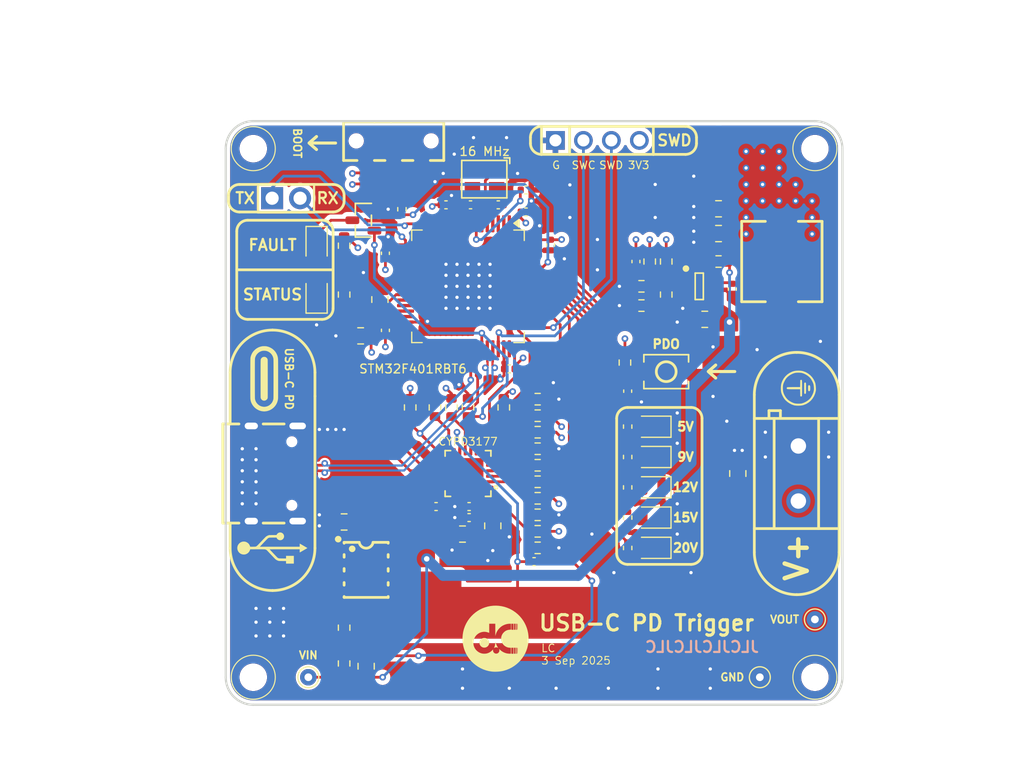
<source format=kicad_pcb>
(kicad_pcb (version 20241229) (generator "pcbnew") (generator_version "9.0")
  (layers (0 "F.Cu" signal) (4 "In1.Cu" signal) (6 "In2.Cu" signal) (2 "B.Cu" signal) (13 "F.Paste" user) (15 "B.Paste" user) (5 "F.SilkS" user "F.Silkscreen") (7 "B.SilkS" user "B.Silkscreen") (1 "F.Mask" user) (3 "B.Mask" user) (25 "Edge.Cuts" user))
  (net 0 "")
  (net 1 "GND")
  (net 2 "/NRST")
  (net 3 "/VCAP1")
  (net 4 "+3V3_MCU")
  (net 5 "/HSE_IN")
  (net 6 "/HSE_OUT")
  (net 7 "/VBUS")
  (net 8 "+3V3")
  (net 9 "/PDC_VCCD")
  (net 10 "Net-(C18-Pad2)")
  (net 11 "Net-(U4-BS)")
  (net 12 "/BUCK_FB")
  (net 13 "Net-(D1-A)")
  (net 14 "Net-(D2-K)")
  (net 15 "Net-(D2-A)")
  (net 16 "/SWCLK")
  (net 17 "/SWDIO")
  (net 18 "/PD_FAULT")
  (net 19 "/SW_BOOT0")
  (net 20 "/BOOT0")
  (net 21 "/VBUS_MAX")
  (net 22 "/VBUS_MIN")
  (net 23 "/ISINK_COAR")
  (net 24 "/ISINK_FINE")
  (net 25 "/I2C3_SCL")
  (net 26 "/I2C3_SDA")
  (net 27 "/VBUS_FET_EN")
  (net 28 "/PD_INT")
  (net 29 "/PD_FLIP")
  (net 30 "/SAFE_PWR_EN")
  (net 31 "/PD_SAFE")
  (net 32 "Net-(U4-EN)")
  (net 33 "Net-(R22-Pad2)")
  (net 34 "/BUCK_FS")
  (net 36 "/USB_D+")
  (net 38 "/USB_D-")
  (net 62 "/PD_GPIO")
  (net 66 "/CC1")
  (net 71 "/CC2")
  (net 72 "/STATUS_LED")
  (net 73 "Net-(Q1-G1)")
  (net 76 "/LOAD_SOURCE")
  (net 77 "/V_BUS_OUT")
  (net 78 "/LX")
  (net 79 "/MODE_BTN")
  (net 80 "Net-(D3-A)")
  (net 81 "Net-(D4-A)")
  (net 82 "Net-(D5-A)")
  (net 83 "Net-(D6-A)")
  (net 84 "Net-(D7-A)")
  (net 85 "/LED_PDO1")
  (net 86 "/LED_PDO2")
  (net 87 "/LED_PDO3")
  (net 88 "/LED_PDO4")
  (net 89 "/LED_PDO5")
  (net 90 "/UART_RX")
  (net 91 "/UART_TX")
  (footprint "Resistor_SMD:R_0603_1608Metric" (layer "F.Cu") (at 137.25 136 -90)
    (property "Reference" "R15" (hide yes))
    (property "Value" "2k2" (hide yes))
  )
  (footprint "LED_SMD:LED_0805_2012Metric" (layer "F.Cu") (at 165.25 120.5 180)
    (property "Reference" "D4" (hide yes))
    (property "Value" "YEL" (hide yes))
  )
  (footprint "libs:HDR-TH_2P-P2.54-V-M" (layer "F.Cu") (at 131.98 97)
    (property "Reference" "J3" (hide yes))
    (property "Value" "Conn_01x02_Pin" (hide yes))
  )
  (footprint "Capacitor_SMD:C_0402_1005Metric" (layer "F.Cu") (at 163.75 102.75 -90)
    (property "Reference" "C25" (hide yes))
    (property "Value" "10p" (hide yes))
  )
  (footprint "libs:TQFN-24_L4.0-W4.0-P0.50-TL-EP2.8" (layer "F.Cu") (at 148.5 122 180)
    (property "Reference" "U2" (hide yes))
    (property "Value" "CYPD3177-24LQXQ" (hide yes))
  )
  (footprint "Capacitor_SMD:C_0805_2012Metric" (layer "F.Cu") (at 171.25 97.96 180)
    (property "Reference" "C24" (hide yes))
    (property "Value" "4.7u" (hide yes))
  )
  (footprint "Capacitor_SMD:C_0805_2012Metric" (layer "F.Cu") (at 139.25 139.5 90)
    (property "Reference" "C19" (hide yes))
    (property "Value" "4.7u" (hide yes))
  )
  (footprint "Resistor_SMD:R_0603_1608Metric" (layer "F.Cu") (at 162.75 111.925 -90)
    (property "Reference" "R27" (hide yes))
    (property "Value" "20k" (hide yes))
  )
  (footprint "MountingHole:MountingHole_2.2mm_M2" (layer "F.Cu") (at 180 92.5)
    (property "Reference" "H2" (hide yes))
    (property "Value" "MountingHole" (hide yes))
  )
  (footprint "LOGO" (layer "F.Cu") (at 178.5 114.25 90)
    (property "Reference" "G***" (hide yes))
    (property "Value" "LOGO" (hide yes))
  )
  (footprint "Resistor_SMD:R_0603_1608Metric" (layer "F.Cu") (at 154.825 116.75 180)
    (property "Reference" "R10" (hide yes))
    (property "Value" "DNP" (hide yes))
  )
  (footprint "dKiCadLib:dcLogo" (layer "F.Cu") (at 151 137)
    (property "Reference" "G***" (hide yes))
    (property "Value" "LOGO" (hide yes))
  )
  (footprint "Resistor_SMD:R_0603_1608Metric" (layer "F.Cu") (at 164.25 106.75 180)
    (property "Reference" "R23" (hide yes))
    (property "Value" "20k" (hide yes))
  )
  (footprint "Capacitor_SMD:C_0805_2012Metric" (layer "F.Cu") (at 150.75 126.75 -90)
    (property "Reference" "C17" (hide yes))
    (property "Value" "4.7u" (hide yes))
  )
  (footprint "Capacitor_SMD:C_0402_1005Metric" (layer "F.Cu") (at 146.5 97.6)
    (property "Reference" "C3" (hide yes))
    (property "Value" "100n" (hide yes))
  )
  (footprint "Capacitor_SMD:C_0402_1005Metric" (layer "F.Cu") (at 172.5 105.25 -90)
    (property "Reference" "C22" (hide yes))
    (property "Value" "100n" (hide yes))
  )
  (footprint "Capacitor_SMD:C_0402_1005Metric" (layer "F.Cu") (at 141 102 90)
    (property "Reference" "C7" (hide yes))
    (property "Value" "100n" (hide yes))
  )
  (footprint "Resistor_SMD:R_0603_1608Metric" (layer "F.Cu") (at 154.825 119.75)
    (property "Reference" "R8" (hide yes))
    (property "Value" "2k2" (hide yes))
  )
  (footprint "TestPoint:TestPoint_THTPad_D1.5mm_Drill0.7mm" (layer "F.Cu") (at 175 140.5)
    (property "Reference" "TP2" (hide yes))
    (property "Value" "TestPoint" (hide yes))
  )
  (footprint "Capacitor_SMD:C_0805_2012Metric" (layer "F.Cu") (at 137.25 126.4 180)
    (property "Reference" "C12" (hide yes))
    (property "Value" "4.7u" (hide yes))
  )
  (footprint "Capacitor_SMD:C_0402_1005Metric" (layer "F.Cu") (at 156 101.25 -90)
    (property "Reference" "C6" (hide yes))
    (property "Value" "100n" (hide yes))
  )
  (footprint "Resistor_SMD:R_0603_1608Metric" (layer "F.Cu") (at 165 102.75 -90)
    (property "Reference" "R24" (hide yes))
    (property "Value" "20k" (hide yes))
  )
  (footprint "LOGO" (layer "F.Cu") (at 130 113.4 90)
    (property "Reference" "G***" (hide yes))
    (property "Value" "LOGO" (hide yes))
  )
  (footprint "Capacitor_SMD:C_0402_1005Metric" (layer "F.Cu") (at 148.6 126 180)
    (property "Reference" "C16" (hide yes))
    (property "Value" "100n" (hide yes))
  )
  (footprint "Resistor_SMD:R_0402_1005Metric" (layer "F.Cu") (at 163 120.5 -90)
    (property "Reference" "R29" (hide yes))
    (property "Value" "1k5" (hide yes))
  )
  (footprint "Resistor_SMD:R_0603_1608Metric" (layer "F.Cu") (at 143.25 116 -90)
    (property "Reference" "R13" (hide yes))
    (property "Value" "2k2" (hide yes))
  )
  (footprint "MountingHole:MountingHole_2.2mm_M2" (layer "F.Cu") (at 180 140.5)
    (property "Reference" "H3" (hide yes))
    (property "Value" "MountingHole" (hide yes))
  )
  (footprint "libs:SW-SMD_L3.9-W3.0-P4.45" (layer "F.Cu") (at 166.5 112.75 180)
    (property "Reference" "SW2" (hide yes))
    (property "Value" "SW_Push" (hide yes))
  )
  (footprint "Capacitor_SMD:C_0402_1005Metric" (layer "F.Cu") (at 153.77 98.25)
    (property "Reference" "C8" (hide yes))
    (property "Value" "100n" (hide yes))
  )
  (footprint "Resistor_SMD:R_0603_1608Metric" (layer "F.Cu") (at 166.5 102.75 -90)
    (property "Reference" "R25" (hide yes))
    (property "Value" "20k" (hide yes))
  )
  (footprint "LED_SMD:LED_0805_2012Metric" (layer "F.Cu") (at 134.75 101.25 -90)
    (property "Reference" "D2" (hide yes))
    (property "Value" "RED" (hide yes))
  )
  (footprint "Capacitor_SMD:C_0402_1005Metric" (layer "F.Cu") (at 151.25 97.6)
    (property "Reference" "C10" (hide yes))
    (property "Value" "10p" (hide yes))
  )
  (footprint "Resistor_SMD:R_0603_1608Metric" (layer "F.Cu") (at 145.5 116 -90)
    (property "Reference" "R14" (hide yes))
    (property "Value" "2k2" (hide yes))
  )
  (footprint "LOGO" (layer "F.Cu") (at 130.749999 128.775001)
    (property "Reference" "G***" (hide yes))
    (property "Value" "LOGO" (hide yes))
  )
  (footprint "LED_SMD:LED_0805_2012Metric" (layer "F.Cu") (at 165.25 126 180)
    (property "Reference" "D6" (hide yes))
    (property "Value" "YEL" (hide yes))
  )
  (footprint "LED_SMD:LED_0805_2012Metric" (layer "F.Cu") (at 165.25 128.75 180)
    (property "Reference" "D7" (hide yes))
    (property "Value" "YEL" (hide yes))
  )
  (footprint "Resistor_SMD:R_0603_1608Metric" (layer "F.Cu") (at 137.25 139.25 90)
    (property "Reference" "R17" (hide yes))
    (property "Value" "20k" (hide yes))
  )
  (footprint "Capacitor_SMD:C_0402_1005Metric" (layer "F.Cu") (at 153.77 96.25)
    (property "Reference" "C1" (hide yes))
    (property "Value" "100n" (hide yes))
  )
  (footprint "Resistor_SMD:R_0603_1608Metric" (layer "F.Cu") (at 154.825 118.25 180)
    (property "Reference" "R7" (hide yes))
    (property "Value" "2k2" (hide yes))
  )
  (footprint "Resistor_SMD:R_0603_1608Metric" (layer "F.Cu") (at 154.825 125.75)
    (property "Reference" "R4" (hide yes))
    (property "Value" "2k2" (hide yes))
  )
  (footprint "Capacitor_SMD:C_0805_2012Metric" (layer "F.Cu") (at 171.25 100.21 180)
    (property "Reference" "C23" (hide yes))
    (property "Value" "4.7u" (hide yes))
  )
  (footprint "Resistor_SMD:R_0603_1608Metric" (layer "F.Cu") (at 154.825 121.25 180)
    (property "Reference" "R20" (hide yes))
    (property "Value" "2k2" (hide yes))
  )
  (footprint "libs:SOT-23-3_L2.9-W1.3-P1.90-LS2.4-BR" (layer "F.Cu") (at 139 99)
    (property "Reference" "Q3" (hide yes))
    (property "Value" "NMOS" (hide yes))
  )
  (footprint "libs:CONN-TH_P5.00_KF301-5.0-2P" (layer "F.Cu") (at 178.5 122 90)
    (property "Reference" "U3" (hide yes))
    (property "Value" "TERM_BLK" (hide yes))
  )
  (footprint "libs:SW-SMD_K3-1280S-K1" (layer "F.Cu") (at 141.75 95.2025 90)
    (property "Reference" "SW1" (hide yes))
    (property "Value" "SW_SPDT" (hide yes))
  )
  (footprint "Capacitor_SMD:C_0402_1005Metric" (layer "F.Cu") (at 163 114.52 -90)
    (property "Reference" "C26" (hide yes))
    (property "Value" "1u" (hide yes))
  )
  (footprint "libs:NEW_USB-C-SMD_TYPE-C-6PIN-2MD-073" (layer "F.Cu") (at 131.2 122 -90)
    (property "Reference" "J2" (hide yes))
    (property "Value" "USB_C_Receptacle_USB2.0_16P" (hide yes))
  )
  (footprint "libs:HDR-TH_4P-P2.54-V-M" (layer "F.Cu") (at 160.25 91.75)
    (property "Reference" "J1" (hide yes))
    (property "Value" "Conn_01x04_Pin" (hide yes))
  )
  (footprint "Capacitor_SMD:C_0402_1005Metric" (layer "F.Cu") (at 152.25 112.5 180)
    (property "Reference" "C5" (hide yes))
    (property "Value" "100n" (hide yes))
  )
  (footprint "Resistor_SMD:R_0603_1608Metric" (layer "F.Cu") (at 166.5 105.75 -90)
    (property "Reference" "R22" (hide yes))
    (property "Value" "20k" (hide yes))
  )
  (footprint "Resistor_SMD:R_0402_1005Metric" (layer "F.Cu") (at 142.5 98 -90)
    (property "Reference" "R2" (hide yes))
    (property "Value" "10k" (hide yes))
  )
  (footprint "Capacitor_SMD:C_0402_1005Metric" (layer "F.Cu") (at 145.6 125)
    (property "Reference" "C13" (hide yes))
    (property "Value" "100n" (hide yes))
  )
  (footprint "LED_SMD:LED_0805_2012Metric" (layer "F.Cu") (at 165.25 123.25 180)
    (property "Reference" "D5" (hide yes))
    (property "Value" "YEL" (hide yes))
  )
  (footprint "Resistor_SMD:R_0603_1608Metric" (layer "F.Cu") (at 171.25 102.75 180)
    (property "Reference" "R21" (hide yes))
    (property "Value" "20k" (hide yes))
  )
  (footprint "Resistor_SMD:R_0603_1608Metric" (layer "F.Cu") (at 164.25 105 180)
    (property "Reference" "R26" (hide yes))
    (property "Value" "2k2" (hide yes))
  )
  (footprint "Capacitor_SMD:C_0805_2012Metric" (layer "F.Cu") (at 148 127.5 180)
    (property "Reference" "C14" (hide yes))
    (property "Value" "4.7u" (hide yes))
  )
  (footprint "LOGO" (layer "F.Cu") (at 135.25 92 180)
    (property "Reference" "G***" (hide yes))
    (property "Value" "LOGO" (hide yes))
  )
  (footprint "Capacitor_SMD:C_0805_2012Metric" (layer "F.Cu") (at 170 108 180)
    (property "Reference" "C21" (hide yes))
    (property "Value" "4.7u" (hide yes))
  )
  (footprint "libs:TSOT-23-8_L2.9-W1.6-P0.65-LS2.8-BR" (layer "F.Cu") (at 169.5 105 180)
    (property "Reference" "U4" (hide yes))
    (property "Value" "SY8303AIC" (hide yes))
  )
  (footprint "Resistor_SMD:R_0603_1608Metric" (layer "F.Cu") (at 154.825 115.25)
    (property "Reference" "R9" (hide yes))
    (property "Value" "2k2" (hide yes))
  )
  (footprint "Resistor_SMD:R_0603_1608Metric" (layer "F.Cu") (at 137.25 101.3125 -90)
    (property "Reference" "R12" (hide yes))
    (property "Value" "2k2" (hide yes))
  )
  (footprint "MountingHole:MountingHole_2.2mm_M2" (layer "F.Cu") (at 129 92.5)
    (property "Reference" "H1" (hide yes))
    (property "Value" "MountingHole" (hide yes))
  )
  (footprint "Capacitor_SMD:C_0805_2012Metric" (layer "F.Cu") (at 140.5 106.2 90)
    (property "Reference" "C2" (hide yes))
    (property "Value" "4.7u" (hide yes))
  )
  (footprint "MountingHole:MountingHole_2.2mm_M2" (layer "F.Cu") (at 129 140.5)
    (property "Reference" "H4" (hide yes))
    (property "Value" "MountingHole" (hide yes))
  )
  (footprint "Capacitor_SMD:C_0402_1005Metric" (layer "F.Cu") (at 148.6 125 180)
    (property "Reference" "C15" (hide yes))
    (property "Value" "100n" (hide yes))
  )
  (footprint "LOGO" (layer "F.Cu") (at 171.5 112.75 180)
    (property "Reference" "G***" (hide yes))
    (property "Value" "LOGO" (hide yes))
  )
  (footprint "libs:OSC-SMD_4P-L3.2-W2.5-BL" (layer "F.Cu") (at 150 95.25 180)
    (property "Reference" "Y1" (hide yes))
    (property "Value" "16MHz" (hide yes))
  )
  (footprint "Resistor_SMD:R_0603_1608Metric" (layer "F.Cu") (at 154.825 124.25 180)
    (property "Reference" "R3" (hide yes))
    (property "Value" "2k2" (hide yes))
  )
  (footprint "libs:IND-SMD_L7.3-W7.3" (layer "F.Cu") (at 177 102.75 90)
    (property "Reference" "L1" (hide yes))
    (property "Value" "47u" (hide yes))
  )
  (footprint "Resistor_SMD:R_0402_1005Metric" (layer "F.Cu") (at 163 128.76 -90)
    (property "Reference" "R32" (hide yes))
    (property "Value" "1k5" (hide yes))
  )
  (footprint "LED_SMD:LED_0805_2012Metric" (layer "F.Cu") (at 134.75 105.75 90)
    (property "Reference" "D1" (hide yes))
    (property "Value" "RED" (hide yes))
  )
  (footprint "Resistor_SMD:R_0603_1608Metric" (layer "F.Cu") (at 154.825 122.75 180)
    (property "Reference" "R16" (hide yes))
    (property "Value" "2k2" (hide yes))
  )
  (footprint "Capacitor_SMD:C_0402_1005Metric" (layer "F.Cu") (at 154.5 130)
    (property "Reference" "C18" (hide yes))
    (property "Value" "100n" (hide yes))
  )
  (footprint "Capacitor_SMD:C_0402_1005Metric" (layer "F.Cu") (at 148.73 97.6 180)
    (property "Reference" "C11" (hide yes))
    (property "Value" "10p" (hide yes))
  )
  (footprint "Resistor_SMD:R_0402_1005Metric" (layer "F.Cu") (at 163 123.26 -90)
    (property "Reference" "R30" (hide yes))
    (property "Value" "1k5" (hide yes))
  )
  (footprint "Resistor_SMD:R_0603_1608Metric" (layer "F.Cu") (at 137.25 105.75 90)
    (property "Reference" "R1" (hide yes))
    (property "Value" "2k2" (hide yes))
  )
  (footprint "LED_SMD:LED_0805_2012Metric" (layer "F.Cu") (at 165.25 117.75 180)
    (property "Reference" "D3" (hide yes))
    (property "Value" "YEL" (hide yes))
  )
  (footprint "Resistor_SMD:R_0603_1608Metric" (layer "F.Cu") (at 151.75 116 -90)
    (property "Reference" "R18" (hide yes))
    (property "Value" "2k2" (hide yes))
  )
  (footprint "Resistor_SMD:R_0603_1608Metric" (layer "F.Cu") (at 154.825 127.25 180)
    (property "Reference" "R5" (hide yes))
    (property "Value" "2k2" (hide yes))
  )
  (footprint "TestPoint:TestPoint_THTPad_D1.5mm_Drill0.7mm" (layer "F.Cu") (at 180 135.25)
    (property "Reference" "TP1" (hide yes))
    (property "Value" "TestPoint" (hide yes))
  )
  (footprint "Resistor_SMD:R_0402_1005Metric" (layer "F.Cu") (at 163 117.74 -90)
    (property "Reference" "R28" (hide yes))
    (property "Value" "1k5" (hide yes))
  )
  (footprint "Capacitor_SMD:C_0805_2012Metric" (layer "F.Cu") (at 173 122 90)
    (property "Reference" "C20" (hide yes))
    (property "Value" "4.7u" (hide yes))
  )
  (footprint "Resistor_SMD:R_0603_1608Metric" (layer "F.Cu") (at 147 116 -90)
    (property "Reference" "R19" (hide yes))
    (property "Value" "2k2" (hide yes))
  )
  (footprint "Capacitor_SMD:C_0805_2012Metric" (layer "F.Cu") (at 138.75 109.5 180)
    (property "Reference" "C9" (hide yes))
    (property "Value" "4.7u" (hide yes))
  )
  (footprint "Resistor_SMD:R_0603_1608Metric" (layer "F.Cu") (at 154.825 128.75)
    (property "Reference" "R6" (hide yes))
    (property "Value" "2k2" (hide yes))
  )
  (footprint "Resistor_SMD:R_0402_1005Metric" (layer "F.Cu") (at 163 126 -90)
    (property "Reference" "R31" (hide yes))
    (property "Value" "1k5" (hide yes))
  )
  (footprint "TestPoint:TestPoint_THTPad_D1.5mm_Drill0.7mm" (layer "F.Cu") (at 134 140.5)
    (property "Reference" "TP3" (hide yes))
    (property "Value" "TestPoint" (hide yes))
  )
  (footprint "Capacitor_SMD:C_0402_1005Metric" (layer "F.Cu") (at 141 109 90)
    (property "Reference" "C4" (hide yes))
    (property "Value" "100n" (hide yes))
  )
  (footprint "Package_QFP:LQFP-64_10x10mm_P0.5mm" (layer "F.Cu") (at 148.5 105 -90)
    (property "Reference" "U1" (hide yes))
    (property "Value" "STM32F401RBT6" (hide yes))
  )
  (footprint "Resistor_SMD:R_0603_1608Metric" (layer "F.Cu") (at 148.5 116 90)
    (property "Reference" "R11" (hide yes))
    (property "Value" "20k" (hide yes))
  )
  (footprint "libs:SO-8_L4.9-W3.9-P1.27-LS5.9-BL" (layer "F.Cu") (at 139.25 130.75 -90)
    (property "Reference" "Q1" (hide yes))
    (property "Value" "DMP3098LSD-13" (hide yes))
  )
  (gr_line (start 134.6 114.975) (end 134.6 112.825) (stroke (width 0.25)) (layer "F.SilkS"))
  (gr_arc (start 128.5 108) (mid 127.792893 107.707107) (end 127.5 107) (stroke (width 0.25)) (layer "F.SilkS"))
  (gr_line (start 129.44 95.75) (end 134.52 95.75) (stroke (width 0.25)) (layer "F.SilkS"))
  (gr_arc (start 163 130.25) (mid 162.292893 129.957107) (end 162 129.25) (stroke (width 0.25)) (layer "F.SilkS"))
  (gr_line (start 127.75 98.25) (end 129.41 98.25) (stroke (width 0.25)) (layer "F.SilkS"))
  (gr_line (start 136.25 100) (end 136.25 107) (stroke (width 0.25)) (layer "F.SilkS"))
  (gr_circle (center 129 140.5) (end 131 140.5) (stroke (width 0.1)) (fill no) (layer "F.SilkS"))
  (gr_line (start 134.6 114.975) (end 134.6 128.775) (stroke (width 0.25)) (layer "F.SilkS"))
  (gr_arc (start 169.25 92.02) (mid 168.957107 92.727107) (end 168.25 93.02) (stroke (width 0.25)) (layer "F.SilkS"))
  (gr_arc (start 155.17 93.02) (mid 154.462893 92.727107) (end 154.17 92.02) (stroke (width 0.25)) (layer "F.SilkS"))
  (gr_arc (start 136.25 107) (mid 135.957107 107.707107) (end 135.25 108) (stroke (width 0.25)) (layer "F.SilkS"))
  (gr_arc (start 174.5 114.85) (mid 175.627639 112.127639) (end 178.35 111) (stroke (width 0.25)) (layer "F.SilkS"))
  (gr_line (start 169.25 92.02) (end 169.25 91.48) (stroke (width 0.25)) (layer "F.SilkS"))
  (gr_line (start 134.52 95.75) (end 136.25 95.75) (stroke (width 0.25)) (layer "F.SilkS"))
  (gr_line (start 163 130.25) (end 168.75 130.25) (stroke (width 0.25)) (layer "F.SilkS"))
  (gr_line (start 127.5 100) (end 127.5 107) (stroke (width 0.25)) (layer "F.SilkS"))
  (gr_arc (start 135.25 99) (mid 135.957107 99.292893) (end 136.25 100) (stroke (width 0.25)) (layer "F.SilkS"))
  (gr_line (start 163 116) (end 168.75 116) (stroke (width 0.25)) (layer "F.SilkS"))
  (gr_arc (start 130.75 108.975) (mid 133.472361 110.102639) (end 134.6 112.825) (stroke (width 0.25)) (layer "F.SilkS"))
  (gr_line (start 154.17 91.48) (end 154.17 92.02) (stroke (width 0.25)) (layer "F.SilkS"))
  (gr_line (start 135.25 99) (end 128.5 99) (stroke (width 0.25)) (layer "F.SilkS"))
  (gr_line (start 174.5 117) (end 174.5 114.85) (stroke (width 0.25)) (layer "F.SilkS"))
  (gr_arc (start 178.35 133) (mid 175.627639 131.872361) (end 174.5 129.15) (stroke (width 0.25)) (layer "F.SilkS"))
  (gr_arc (start 168.75 116) (mid 169.457107 116.292893) (end 169.75 117) (stroke (width 0.25)) (layer "F.SilkS"))
  (gr_circle (center 129 92.5) (end 131 92.5) (stroke (width 0.1)) (fill no) (layer "F.SilkS"))
  (gr_arc (start 127.75 98.25) (mid 127.042893 97.957107) (end 126.75 97.25) (stroke (width 0.25)) (layer "F.SilkS"))
  (gr_line (start 182.2 127) (end 182.2 129.15) (stroke (width 0.25)) (layer "F.SilkS"))
  (gr_line (start 126.9 126.625) (end 126.9 128.775) (stroke (width 0.25)) (layer "F.SilkS"))
  (gr_line (start 126.75 96.75) (end 126.75 97.25) (stroke (width 0.25)) (layer "F.SilkS"))
  (gr_line (start 165.33 93.02) (end 168.25 93.02) (stroke (width 0.25)) (layer "F.SilkS"))
  (gr_arc (start 126.9 112.825) (mid 128.027639 110.102639) (end 130.75 108.975) (stroke (width 0.25)) (layer "F.SilkS"))
  (gr_line (start 174.5 127) (end 174.5 129.15) (stroke (width 0.25)) (layer "F.SilkS"))
  (gr_line (start 162 117) (end 162 129.25) (stroke (width 0.25)) (layer "F.SilkS"))
  (gr_line (start 137.25 96.75) (end 137.25 97.25) (stroke (width 0.25)) (layer "F.SilkS"))
  (gr_arc (start 154.17 91.48) (mid 154.462893 90.772893) (end 155.17 90.48) (stroke (width 0.25)) (layer "F.SilkS"))
  (gr_circle (center 180 140.5) (end 182 140.5) (stroke (width 0.1)) (fill no) (layer "F.SilkS"))
  (gr_line (start 182.2 117) (end 182.2 114.85) (stroke (width 0.25)) (layer "F.SilkS"))
  (gr_arc (start 126.75 96.75) (mid 127.042893 96.042893) (end 127.75 95.75) (stroke (width 0.25)) (layer "F.SilkS"))
  (gr_line (start 165.33 90.48) (end 168.25 90.48) (stroke (width 0.25)) (layer "F.SilkS"))
  (gr_arc (start 182.2 129.15) (mid 181.072361 131.872361) (end 178.35 133) (stroke (width 0.25)) (layer "F.SilkS"))
  (gr_line (start 126.9 117.5) (end 126.9 112.825) (stroke (width 0.25)) (layer "F.SilkS"))
  (gr_line (start 134.59 98.25) (end 136.25 98.25) (stroke (width 0.25)) (layer "F.SilkS"))
  (gr_arc (start 169.75 129.25) (mid 169.457107 129.957107) (end 168.75 130.25) (stroke (width 0.25)) (layer "F.SilkS"))
  (gr_circle (center 180 92.5) (end 182 92.5) (stroke (width 0.1)) (fill no) (layer "F.SilkS"))
  (gr_line (start 136.25 103.5) (end 127.5 103.5) (stroke (width 0.25)) (layer "F.SilkS"))
  (gr_arc (start 127.5 100) (mid 127.792893 99.292893) (end 128.5 99) (stroke (width 0.25)) (layer "F.SilkS"))
  (gr_arc (start 178.35 111) (mid 181.072361 112.127639) (end 182.2 114.85) (stroke (width 0.25)) (layer "F.SilkS"))
  (gr_arc (start 168.25 90.48) (mid 168.957107 90.772893) (end 169.25 91.48) (stroke (width 0.25)) (layer "F.SilkS"))
  (gr_arc (start 136.25 95.75) (mid 136.957107 96.042893) (end 137.25 96.75) (stroke (width 0.25)) (layer "F.SilkS"))
  (gr_line (start 169.75 117) (end 169.75 129.25) (stroke (width 0.25)) (layer "F.SilkS"))
  (gr_arc (start 137.25 97.25) (mid 136.957107 97.957107) (end 136.25 98.25) (stroke (width 0.25)) (layer "F.SilkS"))
  (gr_line (start 129.42 98.27) (end 134.5 98.27) (stroke (width 0.25)) (layer "F.SilkS"))
  (gr_line (start 129.44 95.75) (end 127.75 95.75) (stroke (width 0.25)) (layer "F.SilkS"))
  (gr_arc (start 162 117) (mid 162.292893 116.292893) (end 163 116) (stroke (width 0.25)) (layer "F.SilkS"))
  (gr_arc (start 134.6 128.775) (mid 133.472361 131.497361) (end 130.75 132.625) (stroke (width 0.25)) (layer "F.SilkS"))
  (gr_arc (start 130.75 132.625) (mid 128.027639 131.497361) (end 126.9 128.775) (stroke (width 0.25)) (layer "F.SilkS"))
  (gr_line (start 135.25 108) (end 128.5 108) (stroke (width 0.25)) (layer "F.SilkS"))
  (gr_arc (start 182.5 140.5) (mid 181.767767 142.267767) (end 180 143) (stroke (width 0.2)) (layer "Edge.Cuts"))
  (gr_arc (start 126.5 92.5) (mid 127.232233 90.732233) (end 129 90) (stroke (width 0.2)) (layer "Edge.Cuts"))
  (gr_line (start 129 90) (end 180 90) (stroke (width 0.2)) (layer "Edge.Cuts"))
  (gr_line (start 180 143) (end 129 143) (stroke (width 0.2)) (layer "Edge.Cuts"))
  (gr_arc (start 180 90) (mid 181.767767 90.732233) (end 182.5 92.5) (stroke (width 0.2)) (layer "Edge.Cuts"))
  (gr_arc (start 129 143) (mid 127.232233 142.267767) (end 126.5 140.5) (stroke (width 0.2)) (layer "Edge.Cuts"))
  (gr_line (start 126.5 92.5) (end 126.5 140.5) (stroke (width 0.2)) (layer "Edge.Cuts"))
  (gr_line (start 182.5 92.5) (end 182.5 140.5) (stroke (width 0.2)) (layer "Edge.Cuts"))
  (gr_text "9V" (at 168.25 120.5 0) (layer "F.SilkS") (effects (font (size 0.8 0.8) (thickness 0.2) (bold yes))))
  (gr_text "STATUS" (at 130.75 105.75 0) (layer "F.SilkS") (effects (font (size 1 1) (thickness 0.2) (bold yes))))
  (gr_text "12V" (at 168.25 123.25 0) (layer "F.SilkS") (effects (font (size 0.8 0.8) (thickness 0.2) (bold yes))))
  (gr_text "SWD" (at 161.5 94 0) (layer "F.SilkS") (effects (font (size 0.7 0.7) (thickness 0.1))))
  (gr_text "STM32F401RBT6" (at 143.5 112.5 0) (layer "F.SilkS") (effects (font (size 0.8 0.8) (thickness 0.12))))
  (gr_text "15V" (at 168.25 126 0) (layer "F.SilkS") (effects (font (size 0.8 0.8) (thickness 0.2) (bold yes))))
  (gr_text "USB-C PD" (at 132.25 113.4 270) (layer "F.SilkS") (effects (font (size 0.7 0.7) (thickness 0.15) (bold yes))))
  (gr_text "CYPD3177" (at 148.5 119.1 0) (layer "F.SilkS") (effects (font (size 0.7 0.7) (thickness 0.1))))
  (gr_text "16 MHz" (at 150 92.75 0) (layer "F.SilkS") (effects (font (size 0.8 0.8) (thickness 0.12) (bold yes))))
  (gr_text "20V" (at 168.25 128.75 0) (layer "F.SilkS") (effects (font (size 0.8 0.8) (thickness 0.2) (bold yes))))
  (gr_text "V+" (at 178.35 129.6 90) (layer "F.SilkS") (effects (font (size 2 2) (thickness 0.4) (bold yes))))
  (gr_text "BOOT" (at 133 92 270) (layer "F.SilkS") (effects (font (size 0.7 0.7) (thickness 0.15) (bold yes))))
  (gr_text "VIN" (at 134 138.5 0) (layer "F.SilkS") (effects (font (size 0.7 0.7) (thickness 0.15) (bold yes))))
  (gr_text "VOUT" (at 177.25 135.25 0) (layer "F.SilkS") (effects (font (size 0.7 0.7) (thickness 0.15) (bold yes))))
  (gr_text "PDO" (at 166.5 110.25 0) (layer "F.SilkS") (effects (font (size 0.8 0.8) (thickness 0.2) (bold yes))))
  (gr_text "USB-C PD Trigger" (at 154.8 136.4 0) (layer "F.SilkS") (effects (font (size 1.4 1.4) (thickness 0.28) (bold yes)) (justify left bottom)))
  (gr_text "RX" (at 135.75 97 0) (layer "F.SilkS") (effects (font (size 1 1) (thickness 0.2) (bold yes))))
  (gr_text "GND" (at 172.5 140.5 0) (layer "F.SilkS") (effects (font (size 0.7 0.7) (thickness 0.15) (bold yes))))
  (gr_text "SWC" (at 159 94 0) (layer "F.SilkS") (effects (font (size 0.7 0.7) (thickness 0.1))))
  (gr_text "TX" (at 128.25 97 0) (layer "F.SilkS") (effects (font (size 1 1) (thickness 0.2) (bold yes))))
  (gr_text "3V3" (at 164 94 0) (layer "F.SilkS") (effects (font (size 0.7 0.7) (thickness 0.1))))
  (gr_text "FAULT" (at 130.75 101.25 0) (layer "F.SilkS") (effects (font (size 1 1) (thickness 0.2) (bold yes))))
  (gr_text "SWD" (at 167.25 91.75 0) (layer "F.SilkS") (effects (font (size 1 1) (thickness 0.2) (bold yes))))
  (gr_text "5V" (at 168.25 117.75 0) (layer "F.SilkS") (effects (font (size 0.8 0.8) (thickness 0.2) (bold yes))))
  (gr_text "G" (at 156.5 94 0) (layer "F.SilkS") (effects (font (size 0.7 0.7) (thickness 0.1))))
  (gr_text "LC\n3 Sep 2025" (at 155.1 139.4 0) (layer "F.SilkS") (effects (font (size 0.7 0.7) (thickness 0.0875)) (justify left bottom)))
  (gr_text "JLCJLCJLCJLC" (at 169.75 137.75 0) (layer "B.SilkS") (effects (font (size 1 1) (thickness 0.2) (bold yes)) (justify mirror)))
  (segment (start 146.98 96.77) (end 147 96.75) (width 0.5) (layer "F.Cu") (net 1))
  (segment (start 146.75 99.325) (end 146.75 97.83) (width 0.25) (layer "F.Cu") (net 1))
  (segment (start 155.98 101.75) (end 156 101.73) (width 0.25) (layer "F.Cu") (net 1))
  (segment (start 147.25 124.95) (end 147.25 123.97) (width 0.25) (layer "F.Cu") (net 1))
  (segment (start 148.12 125) (end 148.75 124.37) (width 0.2) (layer "F.Cu") (net 1))
  (segment (start 146.98 97.6) (end 146.98 96.77) (width 0.5) (layer "F.Cu") (net 1))
  (segment (start 141.23 101.75) (end 142.825 101.75) (width 0.25) (layer "F.Cu") (net 1))
  (segment (start 141 108.52) (end 141.27 108.25) (width 0.25) (layer "F.Cu") (net 1))
  (segment (start 155.65 119.75) (end 156.75 119.75) (width 0.25) (layer "F.Cu") (net 1))
  (segment (start 141.27 108.25) (end 142.825 108.25) (width 0.25) (layer "F.Cu") (net 1))
  (segment (start 148.5 114.75) (end 147.683058 113.933058) (width 0.25) (layer "F.Cu") (net 1))
  (segment (start 148.75 122.25) (end 148.5 122) (width 0.25) (layer "F.Cu") (net 1))
  (segment (start 147.25 123.25) (end 148.5 122) (width 0.25) (layer "F.Cu") (net 1))
  (segment (start 151.73 96.76) (end 151.1 96.13) (width 0.25) (layer "F.Cu") (net 1))
  (segment (start 141 101.52) (end 141.23 101.75) (width 0.25) (layer "F.Cu") (net 1))
  (segment (start 133.58 125.2) (end 134.45 125.2) (width 0.5) (layer "F.Cu") (net 1))
  (segment (start 147.3 125) (end 147.25 124.95) (width 0.25) (layer "F.Cu") (net 1))
  (segment (start 151.73 97.6) (end 151.73 96.76) (width 0.25) (layer "F.Cu") (net 1))
  (segment (start 148.75 123.97) (end 148.75 122.25) (width 0.25) (layer "F.Cu") (net 1))
  (segment (start 148.75 124.37) (end 148.75 123.97) (width 0.2) (layer "F.Cu") (net 1))
  (segment (start 134.45 125.2) (end 135 125.75) (width 0.5) (layer "F.Cu") (net 1))
  (segment (start 154.175 101.75) (end 155.98 101.75) (width 0.25) (layer "F.Cu") (net 1))
  (segment (start 148.5 115.175) (end 148.5 114.75) (width 0.25) (layer "F.Cu") (net 1))
  (segment (start 163.425 105) (end 162.25 105) (width 0.25) (layer "F.Cu") (net 1))
  (segment (start 142.825 108.25) (end 144.75 108.25) (width 0.25) (layer "F.Cu") (net 1))
  (segment (start 152.2 127.7) (end 152.25 127.75) (width 0.2) (layer "F.Cu") (net 1))
  (segment (start 155.65 125.75) (end 156.75 125.75) (width 0.25) (layer "F.Cu") (net 1))
  (segment (start 151.62 96.13) (end 153 94.75) (width 0.25) (layer "F.Cu") (net 1))
  (segment (start 155.65 128.75) (end 156.75 128.75) (width 0.25) (layer "F.Cu") (net 1))
  (segment (start 141 100.75) (end 141.25 100.5) (width 0.25) (layer "F.Cu") (net 1))
  (segment (start 133.58 118.8) (end 134.2 118.8) (width 0.5) (layer "F.Cu") (net 1))
  (segment (start 151.77 113.096116) (end 151.433058 113.433058) (width 0.25) (layer "F.Cu") (net 1))
  (segment (start 151.77 112.5) (end 151.77 110.695) (width 0.25) (layer "F.Cu") (net 1))
  (segment (start 151.77 110.695) (end 151.75 110.675) (width 0.25) (layer "F.Cu") (net 1))
  (segment (start 146.75 97.83) (end 146.98 97.6) (width 0.25) (layer "F.Cu") (net 1))
  (segment (start 151.77 112.5) (end 151.77 113.096116) (width 0.25) (layer "F.Cu") (net 1))
  (segment (start 147.25 123.97) (end 147.25 123.25) (width 0.25) (layer "F.Cu") (net 1))
  (segment (start 163.425 106.75) (end 162.25 106.75) (width 0.25) (layer "F.Cu") (net 1))
  (segment (start 144.75 108.25) (end 144.816942 108.183058) (width 0.25) (layer "F.Cu") (net 1))
  (segment (start 151.1 96.13) (end 151.62 96.13) (width 0.25) (layer "F.Cu") (net 1))
  (segment (start 141 101.52) (end 141 100.75) (width 0.25) (layer "F.Cu") (net 1))
  (segment (start 134.2 118.8) (end 135 118) (width 0.5) (layer "F.Cu") (net 1))
  (via (at 174.75 110.75) (size 0.6) (drill 0.3) (layers "F.Cu" "B.Cu") (net 1))
  (via (at 172 117.25) (size 0.6) (drill 0.3) (layers "F.Cu" "B.Cu") (net 1))
  (via (at 147.3 125) (size 0.6) (drill 0.3) (layers "F.Cu" "B.Cu") (net 1))
  (via (at 129.25 123.75) (size 0.6) (drill 0.3) (layers "F.Cu" "B.Cu") (net 1))
  (via (at 147.3 126) (size 0.6) (drill 0.3) (layers "F.Cu" "B.Cu") (net 1))
  (via (at 129.25 135.5) (size 0.6) (drill 0.3) (layers "F.Cu" "B.Cu") (net 1))
  (via (at 129.25 120.75) (size 0.6) (drill 0.3) (layers "F.Cu" "B.Cu") (net 1))
  (via (at 141.25 98) (size 0.6) (drill 0.3) (layers "F.Cu" "B.Cu") (net 1))
  (via (at 150.5 106) (size 0.6) (drill 0.3) (layers "F.Cu" "B.Cu") (net 1))
  (via (at 152.25 141.5) (size 0.6) (drill 0.3) (layers "F.Cu" "B.Cu") (net 1))
  (via (at 130.5 134.25) (size 0.6) (drill 0.3) (layers "F.Cu" "B.Cu") (net 1))
  (via (at 162.25 106.75) (size 0.6) (drill 0.3) (layers "F.Cu" "B.Cu") (net 1))
  (via (at 152 91.5) (size 0.6) (drill 0.3) (layers "F.Cu" "B.Cu") (net 1))
  (via (at 157.75 95.79) (size 0.6) (drill 0.3) (layers "F.Cu" "B.Cu") (net 1))
  (via (at 146.25 94.75) (size 0.6) (drill 0.3) (layers "F.Cu" "B.Cu") (net 1))
  (via (at 141.25 100.5) (size 0.6) (drill 0.3) (layers "F.Cu" "B.Cu") (net 1))
  (via (at 131.75 134.25) (size 0.6) (drill 0.3) (layers "F.Cu" "B.Cu") (net 1))
  (via (at 165.5 98.75) (size 0.6) (drill 0.3) (layers "F.Cu" "B.Cu") (net 1))
  (via (at 172.7 119.9) (size 0.6) (drill 0.3) (layers "F.Cu" "B.Cu") (net 1))
  (via (at 157.75 98.75) (size 0.6) (drill 0.3) (layers "F.Cu" "B.Cu") (net 1))
  (via (at 146.5 105) (size 0.6) (drill 0.3) (layers "F.Cu" "B.Cu") (net 1))
  (via (at 181.25 120.5) (size 0.6) (drill 0.3) (layers "F.Cu" "B.Cu") (net 1))
  (via (at 150.5 107) (size 0.6) (drill 0.3) (layers "F.Cu" "B.Cu") (net 1))
  (via (at 165.75 139.75) (size 0.6) (drill 0.3) (layers "F.Cu" "B.Cu") (net 1))
  (via (at 129.25 136.75) (size 0.6) (drill 0.3) (layers "F.Cu" "B.Cu") (net 1))
  (via (at 147.25 93) (size 0.6) (drill 0.3) (layers "F.Cu" "B.Cu") (net 1))
  (via (at 147.05 128.95) (size 0.6) (drill 0.3) (layers "F.Cu" "B.Cu") (net 1))
  (via (at 148.5 104) (size 0.6) (drill 0.3) (layers "F.Cu" "B.Cu") (net 1))
  (via (at 170.75 110.5) (size 0.6) (drill 0.3) (layers "F.Cu" "B.Cu") (net 1))
  (via (at 147.683058 113.933058) (size 0.6) (drill 0.3) (layers "F.Cu" "B.Cu") (net 1))
  (via (at 154.25 97.25) (size 0.6) (drill 0.3) (layers "F.Cu" "B.Cu") (net 1))
  (via (at 150.5 105) (size 0.6) (drill 0.3) (layers "F.Cu" "B.Cu") (net 1))
  (via (at 156.75 125.75) (size 0.6) (drill 0.3) (layers "F.Cu" "B.Cu") (net 1))
  (via (at 156.25 113.75) (size 0.6) (drill 0.3) (layers "F.Cu" "B.Cu") (net 1))
  (via (at 149.5 105) (size 0.6) (drill 0.3) (layers "F.Cu" "B.Cu") (net 1))
  (via (at 148.5 107) (size 0.6) (drill 0.3) (layers "F.Cu" "B.Cu") (net 1))
  (via (at 136.5 109.5) (size 0.6) (drill 0.3) (layers "F.Cu" "B.Cu") (net 1))
  (via (at 164.25 115.5) (size 0.6) (drill 0.3) (layers "F.Cu" "B.Cu") (net 1))
  (via (at 159.75 127.5) (size 0.6) (drill 0.3) (layers "F.Cu" "B.Cu") (net 1))
  (via (at 175.5 120.5) (size 0.6) (drill 0.3) (layers "F.Cu" "B.Cu") (net 1))
  (via (at 165.5 95.75) (size 0.6) (drill 0.3) (layers "F.Cu" "B.Cu") (net 1))
  (via (at 168.75 131) (size 0.6) (drill 0.3) (layers "F.Cu" "B.Cu") (net 1))
  (via (at 146.5 106) (size 0.6) (drill 0.3) (layers "F.Cu" "B.Cu") (net 1))
  (via (at 147.5 106) (size 0.6) (drill 0.3) (layers "F.Cu" "B.Cu") (net 1))
  (via (at 169 101) (size 0.6) (drill 0.3) (layers "F.Cu" "B.Cu") (net 1))
  (via (at 156.75 128.75) (size 0.6) (drill 0.3) (layers "F.Cu" "B.Cu") (net 1))
  (via (at 148 139.75) (size 0.6) (drill 0.3) (layers "F.Cu" "B.Cu") (net 1))
  (via (at 129.25 122.75) (size 0.6) (drill 0.3) (layers "F.Cu" "B.Cu") (net 1))
  (via (at 173.4 119.9) (size 0.6) (drill 0.3) (layers "F.Cu" "B.Cu") (net 1))
  (via (at 153 94.75) (size 0.6) (drill 0.3) (layers "F.Cu" "B.Cu") (net 1))
  (via (at 137.25 118) (size 0.6) (drill 0.3) (layers "F.Cu" "B.Cu") (net 1))
  (via (at 144.816942 108.183058) (size 0.6) (drill 0.3) (layers "F.Cu" "B.Cu") (net 1))
  (via (at 128 124.75) (size 0.6) (drill 0.3) (layers "F.Cu" "B.Cu") (net 1))
  (via (at 150.75 129) (size 0.6) (drill 0.3) (layers "F.Cu" "B.Cu") (net 1))
  (via (at 130.5 136.75) (size 0.6) (drill 0.3) (layers "F.Cu" "B.Cu") (net 1))
  (via (at 149 91.5) (size 0.6) (drill 0.3) (layers "F.Cu" "B.Cu") (net 1))
  (via (at 148.5 105) (size 0.6) (drill 0.3) (layers "F.Cu" "B.Cu") (net 1))
  (via (at 167.5 127.5) (size 0.6) (drill 0.3) (layers "F.Cu" "B.Cu") (net 1))
  (via (at 170.75 115) (size 0.6) (drill 0.3) (layers "F.Cu" "B.Cu") (net 1))
  (via (at 165.75 141.5) (size 0.6) (drill 0.3) (layers "F.Cu" "B.Cu") (net 1))
  (via (at 152.25 127.75) (size 0.6) (drill 0.3) (layers "F.Cu" "B.Cu") (net 1))
  (via (at 129.25 134.25) (size 0.6) (drill 0.3) (layers "F.Cu" "B.Cu") (net 1))
  (via (at 167.5 116.5) (size 0.6) (drill 0.3) (layers "F.Cu" "B.Cu") (net 1))
  (via (at 169 95) (size 0.6) (drill 0.3) (layers "F.Cu" "B.Cu") (net 1))
  (via (at 150.5 104) (size 0.6) (drill 0.3) (layers "F.Cu" "B.Cu") (net 1))
  (via (at 129.25 121.75) (size 0.6) (drill 0.3) (layers "F.Cu" "B.Cu") (net 1))
  (via (at 135 126.75) (size 0.6) (drill 0.3) (layers "F.Cu" "B.Cu") (net 1))
  (via (at 136.5 118) (size 0.6) (drill 0.3) (layers "F.Cu" "B.Cu") (net 1))
  (via (at 167.5 124.75) (size 0.6) (drill 0.3) (layers "F.Cu" "B.Cu") (net 1))
  (via (at 147.5 104) (size 0.6) (drill 0.3) (layers "F.Cu" "B.Cu") (net 1))
  (via (at 134.75 108.5) (size 0.6) (drill 0.3) (layers "F.Cu" "B.Cu") (net 1))
  (via (at 148 141.5) (size 0.6) (drill 0.3) (layers "F.Cu" "B.Cu") (net 1))
  (via (at 170.5 139.75) (size 0.6) (drill 0.3) (layers "F.Cu" "B.Cu") (net 1))
  (via (at 161.75 131) (size 0.6) (drill 0.3) (layers "F.Cu" "B.Cu") (net 1))
  (via (at 145.5 95.5) (size 0.6) (drill 0.3) (layers "F.Cu" "B.Cu") (net 1))
  (via (at 130.5 135.5) (size 0.6) (drill 0.3) (layers "F.Cu" "B.Cu") (net 1))
  (via (at 156.5 141.5) (size 0.6) (drill 0.3) (layers "F.Cu" "B.Cu") (net 1))
  (via (at 147.5 105) (size 0.6) (drill 0.3) (layers "F.Cu" "B.Cu") (net 1))
  (via (at 147 96.75) (size 0.6) (drill 0.3) (layers "F.Cu" "B.Cu") (net 1))
  (via (at 161.25 141.5) (size 0.6) (drill 0.3) (layers "F.Cu" "B.Cu") (net 1))
  (via (at 135 118) (size 0.6) (drill 0.3) (layers "F.Cu" "B.Cu") (net 1))
  (via (at 147.5 107) (size 0.6) (drill 0.3) (layers "F.Cu" "B.Cu") (net 1))
  (via (at 148.5 103) (size 0.6) (drill 0.3) (layers "F.Cu" "B.Cu") (net 1))
  (via (at 135 125.75) (size 0.6) (drill 0.3) (layers "F.Cu" "B.Cu") (net 1))
  (via (at 131.75 136.75) (size 0.6) (drill 0.3) (layers "F.Cu" "B.Cu") (net 1))
  (via (at 148.5 106) (size 0.6) (drill 0.3) (layers "F.Cu" "B.Cu") (net 1))
  (via (at 128 123.75) (size 0.6) (drill 0.3) (layers "F.Cu" "B.Cu") (net 1))
  (via (at 149.5 103) (size 0.6) (drill 0.3) (layers "F.Cu" "B.Cu") (net 1))
  (via (at 149.5 107) (size 0.6) (drill 0.3) (layers "F.Cu" "B.Cu") (net 1))
  (via (at 181.25 118.25) (size 0.6) (drill 0.3) (layers "F.Cu" "B.Cu") (net 1))
  (via (at 167.5 119.25) (size 0.6) (drill 0.3) (layers "F.Cu" "B.Cu") (net 1))
  (via (at 146.5 104) (size 0.6) (drill 0.3) (layers "F.Cu" "B.Cu") (net 1))
  (via (at 129.25 119.75) (size 0.6) (drill 0.3) (layers "F.Cu" "B.Cu") (net 1))
  (via (at 169 97.75) (size 0.6) (drill 0.3) (layers "F.Cu" "B.Cu") (net 1))
  (via (at 169 100) (size 0.6) (drill 0.3) (layers "F.Cu" "B.Cu") (net 1))
  (via (at 167.5 108.25) (size 0.6) (drill 0.3) (layers "F.Cu" "B.Cu") (net 1))
  (via (at 175.5 118.25) (size 0.6) (drill 0.3) (layers "F.Cu" "B.Cu") (net 1))
  (via (at 135.75 118) (size 0.6) (drill 0.3) (layers "F.Cu" "B.Cu") (net 1))
  (via (at 147.5 103) (size 0.6) (drill 0.3) (layers "F.Cu" "B.Cu") (net 1))
  (via (at 128 119.75) (size 0.6) (drill 0.3) (layers "F.Cu" "B.Cu") (net 1))
  (via (at 156.75 119.75) (size 0.6) (drill 0.3) (layers "F.Cu" "B.Cu") (net 1))
  (via (at 139 103.75) (size 0.6) (drill 0.3) (layers "F.Cu" "B.Cu") (net 1))
  (via (at 168 107) (size 0.6) (drill 0.3) (layers "F.Cu" "B.Cu") (net 1))
  (via (at 146.5 103) (size 0.6) (drill 0.3) (layers "F.Cu" "B.Cu") (net 1))
  (via (at 128 122.75) (size 0.6) (drill 0.3) (layers "F.Cu" "B.Cu") (net 1))
  (via (at 160.25 103.5) (size 0.6) (drill 0.3) (layers "F.Cu" "B.Cu") (net 1))
  (via (at 160.25 100.75) (size 0.6) (drill 0.3) (layers "F.Cu" "B.Cu") (net 1))
  (via (at 150.3 129.9) (size 0.6) (drill 0.3) (layers "F.Cu" "B.Cu") (net 1))
  (via (at 157.25 102.5) (size 0.6) (drill 0.3) (layers "F.Cu" "B.Cu") (net 1))
  (via (at 131.75 135.5) (size 0.6) (drill 0.3) (layers "F.Cu" "B.Cu") (net 1))
  (via (at 156.75 115.25) (size 0.6) (drill 0.3) (layers "F.Cu" "B.Cu") (net 1))
  (via (at 170.5 141.5) (size 0.6) (drill 0.3) (layers "F.Cu" "B.Cu") (net 1))
  (via (at 128 120.75) (size 0.6) (drill 0.3) (layers "F.Cu" "B.Cu") (net 1))
  (via (at 146.5 107) (size 0.6) (drill 0.3) (layers "F.Cu" "B.Cu") (net 1))
  (via (at 128 121.75) (size 0.6) (drill 0.3) (layers "F.Cu" "B.Cu") (net 1))
  (via (at 169 98.75) (size 0.6) (drill 0.3) (layers "F.Cu" "B.Cu") (net 1))
  (via (at 129.25 124.75) (size 0.6) (drill 0.3) (layers "F.Cu" "B.Cu") (net 1))
  (via (at 150.5 103) (size 0.6) (drill 0.3) (layers "F.Cu" "B.Cu") (net 1))
  (via (at 162.25 105) (size 0.6) (drill 0.3) (layers "F.Cu" "B.Cu") (net 1))
  (via (at 149.5 104) (size 0.6) (drill 0.3) (layers "F.Cu" "B.Cu") (net 1))
  (via (at 151.433058 113.433058) (size 0.6) (drill 0.3) (layers "F.Cu" "B.Cu") (net 1))
  (via (at 180.5 110) (size 0.6) (drill 0.3) (layers "F.Cu" "B.Cu") (net 1))
  (via (at 149.5 106) (size 0.6) (drill 0.3) (layers "F.Cu" "B.Cu") (net 1))
  (via (at 155 99.5) (size 0.6) (drill 0.3) (layers "F.Cu" "B.Cu") (net 1))
  (segment (start 149.25 99.325) (end 149.25 100.75) (width 0.25) (layer "F.Cu") (net 2))
  (segment (start 153.25 97.25) (end 153.25 96.29) (width 0.25) (layer "F.Cu") (net 2))
  (segment (start 153.25 96.29) (end 153.29 96.25) (width 0.25) (layer "F.Cu") (net 2))
  (via (at 149.25 100.75) (size 0.6) (drill 0.3) (layers "F.Cu" "B.Cu") (net 2))
  (via (at 153.25 97.25) (size 0.6) (drill 0.3) (layers "F.Cu" "B.Cu") (net 2))
  (segment (start 149.25 100.75) (end 149.75 100.75) (width 0.25) (layer "B.Cu") (net 2))
  (segment (start 149.75 100.75) (end 153.25 97.25) (width 0.25) (layer "B.Cu") (net 2))
  (segment (start 141.1 107.75) (end 142.825 107.75) (width 0.25) (layer "F.Cu") (net 3))
  (segment (start 140.5 107.15) (end 141.1 107.75) (width 0.25) (layer "F.Cu") (net 3))
  (segment (start 141 109.48) (end 139.72 109.48) (width 0.25) (layer "F.Cu") (net 4))
  (segment (start 153.29 98.79) (end 153.75 99.25) (width 0.25) (layer "F.Cu") (net 4))
  (segment (start 139.25 95.7025) (end 138.0475 95.7025) (width 0.25) (layer "F.Cu") (net 4))
  (segment (start 147 114.75) (end 146.5 114.25) (width 0.25) (layer "F.Cu") (net 4))
  (segment (start 152.25 99.325) (end 152.25 99.29) (width 0.25) (layer "F.Cu") (net 4))
  (segment (start 141 109.48) (end 142.095 109.48) (width 0.25) (layer "F.Cu") (net 4))
  (segment (start 165 101.925) (end 165 100.75) (width 0.25) (layer "F.Cu") (net 4))
  (segment (start 155.65 116.75) (end 156 116.75) (width 0.25) (layer "F.Cu") (net 4))
  (segment (start 137.25 100.4875) (end 137.4875 100.4875) (width 0.25) (layer "F.Cu") (net 4))
  (segment (start 137.4875 100.4875) (end 138.5 101.5) (width 0.25) (layer "F.Cu") (net 4))
  (segment (start 146.25 97.83) (end 146.02 97.6) (width 0.25) (layer "F.Cu") (net 4))
  (segment (start 141 102.48) (end 141 103.5) (width 0.25) (layer "F.Cu") (net 4))
  (segment (start 138.0475 95.7025) (end 138 95.75) (width 0.25) (layer "F.Cu") (net 4))
  (segment (start 152.558058 114.558058) (end 152.191942 114.558058) (width 0.25) (layer "F.Cu") (net 4))
  (segment (start 152.73 111.155) (end 152.73 112.5) (width 0.25) (layer "F.Cu") (net 4))
  (segment (start 156 100.77) (end 156.98 100.77) (width 0.25) (layer "F.Cu") (net 4))
  (segment (start 152.73 112.27) (end 153.5 111.5) (width 0.25) (layer "F.Cu") (net 4))
  (segment (start 138.0475 94.7025) (end 138 94.75) (width 0.25) (layer "F.Cu") (net 4))
  (segment (start 166.5 101.925) (end 166.5 100.75) (width 0.25) (layer "F.Cu") (net 4))
  (segment (start 152.191942 114.558058) (end 151.75 115) (width 0.25) (layer "F.Cu") (net 4))
  (segment (start 155.65 127.25) (end 156.75 127.25) (width 0.25) (layer "F.Cu") (net 4))
  (segment (start 155.65 118.25) (end 156.5 118.25) (width 0.25) (layer "F.Cu") (net 4))
  (segment (start 141 102.48) (end 141.23 102.25) (width 0.25) (layer "F.Cu") (net 4))
  (segment (start 151.75 115) (end 151.75 115.175) (width 0.25) (layer "F.Cu") (net 4))
  (segment (start 146.25 99.325) (end 146.25 97.83) (width 0.25) (layer "F.Cu") (net 4))
  (segment (start 142.095 109.48) (end 142.825 108.75) (width 0.25) (layer "F.Cu") (net 4))
  (segment (start 141 109.48) (end 141 110.5) (width 0.25) (layer "F.Cu") (net 4))
  (segment (start 156 100.77) (end 154.655 100.77) (width 0.25) (layer "F.Cu") (net 4))
  (segment (start 139.72 109.48) (end 139.7 109.5) (width 0.25) (layer "F.Cu") (net 4))
  (segment (start 156 116.75) (end 157 117.75) (width 0.25) (layer "F.Cu") (net 4))
  (segment (start 139.25 94.7025) (end 138.0475 94.7025) (width 0.25) (layer "F.Cu") (net 4))
  (segment (start 145.5 115.175) (end 147 115.175) (width 0.25) (layer "F.Cu") (net 4))
  (segment (start 153.29 98.25) (end 153.29 98.79) (width 0.25) (layer "F.Cu") (net 4))
  (segment (start 146.02 97.6) (end 145.4 97.6) (width 0.25) (layer "F.Cu") (net 4))
  (segment (start 163.75 102.27) (end 163.75 100.75) (width 0.25) (layer "F.Cu") (net 4))
  (segment (start 156.25 124.25) (end 156.75 124.75) (width 0.25) (layer "F.Cu") (net 4))
  (segment (start 145.4 97.6) (end 145.25 97.75) (width 0.25) (layer "F.Cu") (net 4))
  (segment (start 156.5 118.25) (end 157 118.75) (width 0.25) (layer "F.Cu") (net 4))
  (segment (start 143.25 115.175) (end 143.25 114.25) (width 0.25) (layer "F.Cu") (net 4))
  (segment (start 152.25 99.29) (end 153.29 98.25) (width 0.25) (layer "F.Cu") (net 4))
  (segment (start 154.655 100.77) (end 154.175 101.25) (width 0.25) (layer "F.Cu") (net 4))
  (segment (start 147 115.175) (end 147 114.75) (width 0.25) (layer "F.Cu") (net 4))
  (segment (start 156.98 100.77) (end 157 100.75) (width 0.25) (layer "F.Cu") (net 4))
  (segment (start 155.65 124.25) (end 156.25 124.25) (width 0.25) (layer "F.Cu") (net 4))
  (segment (start 139.7 109.5) (end 139.7 110.95) (width 0.25) (layer "F.Cu") (net 4))
  (segment (start 141.23 102.25) (end 142.825 102.25) (width 0.25) (layer "F.Cu") (net 4))
  (segment (start 152.73 112.5) (end 152.73 112.27) (width 0.25) (layer "F.Cu") (net 4))
  (segment (start 152.25 110.675) (end 152.73 111.155) (width 0.25) (layer "F.Cu") (net 4))
  (segment (start 139.7 110.95) (end 139.75 111) (width 0.25) (layer "F.Cu") (net 4))
  (segment (start 162.75 111.1) (end 162.75 109.75) (width 0.25) (layer "F.Cu") (net 4))
  (via (at 157 100.75) (size 0.6) (drill 0.3) (layers "F.Cu" "B.Cu") (net 4))
  (via (at 175.25 97.25) (size 0.6) (drill 0.3) (layers "F.Cu" "B.Cu") (net 4))
  (via (at 173.75 100.25) (size 0.6) (drill 0.3) (layers "F.Cu" "B.Cu") (net 4))
  (via (at 176.75 94.25) (size 0.6) (drill 0.3) (layers "F.Cu" "B.Cu") (net 4))
  (via (at 139.75 111) (size 0.6) (drill 0.3) (layers "F.Cu" "B.Cu") (net 4))
  (via (at 173.75 92.75) (size 0.6) (drill 0.3) (layers "F.Cu" "B.Cu") (net 4))
  (via (at 146.5 114.25) (size 0.6) (drill 0.3) (layers "F.Cu" "B.Cu") (net 4))
  (via (at 173.75 98.75) (size 0.6) (drill 0.3) (layers "F.Cu" "B.Cu") (net 4))
  (via (at 138 95.75) (size 0.6) (drill 0.3) (layers "F.Cu" "B.Cu") (net 4))
  (via (at 175.25 92.75) (size 0.6) (drill 0.3) (layers "F.Cu" "B.Cu") (net 4))
  (via (at 141 110.5) (size 0.6) (drill 0.3) (layers "F.Cu" "B.Cu") (net 4))
  (via (at 157 118.75) (size 0.6) (drill 0.3) (layers "F.Cu" "B.Cu") (net 4))
  (via (at 178.25 95.75) (size 0.6) (drill 0.3) (layers "F.Cu" "B.Cu") (net 4))
  (via (at 176.75 92.75) (size 0.6) (drill 0.3) (layers "F.Cu" "B.Cu") (net 4))
  (via (at 176.75 95.75) (size 0.6) (drill 0.3) (layers "F.Cu" "B.Cu") (net 4))
  (via (at 173.75 97.25) (size 0.6) (drill 0.3) (layers "F.Cu" "B.Cu") (net 4))
  (via (at 141 103.5) (size 0.6) (drill 0.3) (layers "F.Cu" "B.Cu") (net 4))
  (via (at 157 117.75) (size 0.6) (drill 0.3) (layers "F.Cu" "B.Cu") (net 4))
  (via (at 143.25 114.25) (size 0.6) (drill 0.3) (layers "F.Cu" "B.Cu") (net 4))
  (via (at 175.25 95.75) (size 0.6) (drill 0.3) (layers "F.Cu" "B.Cu") (net 4))
  (via (at 156.75 127.25) (size 0.6) (drill 0.3) (layers "F.Cu" "B.Cu") (net 4))
  (via (at 153.5 111.5) (size 0.6) (drill 0.3) (layers "F.Cu" "B.Cu") (net 4))
  (via (at 173.75 94.25) (size 0.6) (drill 0.3) (layers "F.Cu" "B.Cu") (net 4))
  (via (at 179.75 97.25) (size 0.6) (drill 0.3) (layers "F.Cu" "B.Cu") (net 4))
  (via (at 152.558058 114.558058) (size 0.6) (drill 0.3) (layers "F.Cu" "B.Cu") (net 4))
  (via (at 153.75 99.25) (size 0.6) (drill 0.3) (layers "F.Cu" "B.Cu") (net 4))
  (via (at 176.75 97.25) (size 0.6) (drill 0.3) (layers "F.Cu" "B.Cu") (net 4))
  (via (at 173.75 95.75) (size 0.6) (drill 0.3) (layers "F.Cu" "B.Cu") (net 4))
  (via (at 179.75 100.25) (size 0.6) (drill 0.3) (layers "F.Cu" "B.Cu") (net 4))
  (via (at 162.75 109.75) (size 0.6) (drill 0.3) (layers "F.Cu" "B.Cu") (net 4))
  (via (at 179.75 98.75) (size 0.6) (drill 0.3) (layers "F.Cu" "B.Cu") (net 4))
  (via (at 178.25 97.25) (size 0.6) (drill 0.3) (layers "F.Cu" "B.Cu") (net 4))
  (via (at 145.25 97.75) (size 0.6) (drill 0.3) (layers "F.Cu" "B.Cu") (net 4))
  (via (at 163.75 100.75) (size 0.6) (drill 0.3) (layers "F.Cu" "B.Cu") (net 4))
  (via (at 156.75 124.75) (size 0.6) (drill 0.3) (layers "F.Cu" "B.Cu") (net 4))
  (via (at 165 100.75) (size 0.6) (drill 0.3) (layers "F.Cu" "B.Cu") (net 4))
  (via (at 175.25 94.25) (size 0.6) (drill 0.3) (layers "F.Cu" "B.Cu") (net 4))
  (via (at 138.5 101.5) (size 0.6) (drill 0.3) (layers "F.Cu" "B.Cu") (net 4))
  (via (at 166.5 100.75) (size 0.6) (drill 0.3) (layers "F.Cu" "B.Cu") (net 4))
  (via (at 138 94.75) (size 0.6) (drill 0.3) (layers "F.Cu" "B.Cu") (net 4))
  (segment (start 150.25 98.12) (end 150.77 97.6) (width 0.25) (layer "F.Cu") (net 5))
  (segment (start 150.074 96.904) (end 150.074 95.396) (width 0.25) (layer "F.Cu") (net 5))
  (segment (start 150.77 97.6) (end 150.074 96.904) (width 0.25) (layer "F.Cu") (net 5))
  (segment (start 150.25 99.325) (end 150.25 98.12) (width 0.25) (layer "F.Cu") (net 5))
  (segment (start 150.074 95.396) (end 151.1 94.37) (width 0.25) (layer "F.Cu") (net 5))
  (segment (start 149.21 96.44) (end 148.9 96.13) (width 0.25) (layer "F.Cu") (net 6))
  (segment (start 149.75 99.325) (end 149.75 98.14) (width 0.25) (layer "F.Cu") (net 6))
  (segment (start 149.75 98.14) (end 149.21 97.6) (width 0.25) (layer "F.Cu") (net 6))
  (segment (start 149.21 97.6) (end 149.21 96.44) (width 0.25) (layer "F.Cu") (net 6))
  (segment (start 138.875 140.075) (end 139.25 140.45) (width 0.25) (layer "F.Cu") (net 7))
  (segment (start 172.25 103.75) (end 172.25 102.925) (width 0.25) (layer "F.Cu") (net 7))
  (segment (start 140.75 140.5) (end 139.3 140.5) (width 0.25) (layer "F.Cu") (net 7))
  (segment (start 134 140.5) (end 136.825 140.5) (width 0.25) (layer "F.Cu") (net 7))
  (segment (start 139.3 140.5) (end 139.25 140.45) (width 0.25) (layer "F.Cu") (net 7))
  (segment (start 137.25 140.075) (end 138.875 140.075) (width 0.25) (layer "F.Cu") (net 7))
  (segment (start 172.25 102.925) (end 172.075 102.75) (width 0.25) (layer "F.Cu") (net 7))
  (segment (start 136.825 140.5) (end 137.25 140.075) (width 0.25) (layer "F.Cu") (net 7))
  (via (at 172.25 108.25) (size 1) (drill 0.5) (layers "F.Cu" "B.Cu") (net 7))
  (via (at 140.75 140.5) (size 0.6) (drill 0.3) (layers "F.Cu" "B.Cu") (net 7))
  (via (at 144.75 129.75) (size 1) (drill 0.5) (layers "F.Cu" "B.Cu") (net 7))
  (via (at 172.25 103.75) (size 0.6) (drill 0.3) (layers "F.Cu" "B.Cu") (net 7))
  (segment (start 172.25 108.25) (end 172.25 103.75) (width 0.25) (layer "B.Cu") (net 7))
  (segment (start 158.5 131.25) (end 168.75 121) (width 1) (layer "B.Cu") (net 7))
  (segment (start 168.75 121) (end 168.75 114.25) (width 1) (layer "B.Cu") (net 7))
  (segment (start 146.25 131.25) (end 148.25 131.25) (width 1) (layer "B.Cu") (net 7))
  (segment (start 148.25 131.25) (end 158.5 131.25) (width 1) (layer "B.Cu") (net 7))
  (segment (start 172.25 110.75) (end 172.25 108.25) (width 1) (layer "B.Cu") (net 7))
  (segment (start 144.75 136.5) (end 144.75 129.75) (width 0.25) (layer "B.Cu") (net 7))
  (segment (start 168.75 114.25) (end 172.25 110.75) (width 1) (layer "B.Cu") (net 7))
  (segment (start 140.75 140.5) (end 144.75 136.5) (width 0.25) (layer "B.Cu") (net 7))
  (segment (start 144.75 129.75) (end 146.25 131.25) (width 1) (layer "B.Cu") (net 7))
  (segment (start 149.08 127.37) (end 148.95 127.5) (width 0.25) (layer "F.Cu") (net 8))
  (segment (start 149.08 125) (end 149.25 124.83) (width 0.25) (layer "F.Cu") (net 8))
  (segment (start 149.25 124.83) (end 149.25 123.97) (width 0.25) (layer "F.Cu") (net 8))
  (segment (start 149.08 126) (end 149.08 127.37) (width 0.25) (layer "F.Cu") (net 8))
  (segment (start 149.08 125) (end 149.08 126) (width 0.25) (layer "F.Cu") (net 8))
  (segment (start 149.75 123.97) (end 149.75 124.8) (width 0.25) (layer "F.Cu") (net 9))
  (segment (start 149.75 124.8) (end 150.75 125.8) (width 0.25) (layer "F.Cu") (net 9))
  (segment (start 137.25 138.425) (end 137.25 136.825) (width 0.25) (layer "F.Cu") (net 10))
  (segment (start 158 130) (end 158 124.5) (width 0.25) (layer "F.Cu") (net 10))
  (segment (start 158 124.5) (end 156.25 122.75) (width 0.25) (layer "F.Cu") (net 10))
  (segment (start 154.98 130) (end 158 130) (width 0.25) (layer "F.Cu") (net 10))
  (segment (start 156.25 122.75) (end 155.65 122.75) (width 0.25) (layer "F.Cu") (net 10))
  (segment (start 137.25 138.425) (end 139.125 138.425) (width 0.25) (layer "F.Cu") (net 10))
  (segment (start 158 130) (end 159.75 131.75) (width 0.25) (layer "F.Cu") (net 10))
  (segment (start 139.125 138.425) (end 139.25 138.55) (width 0.25) (layer "F.Cu") (net 10))
  (segment (start 144 138.55) (end 139.25 138.55) (width 0.25) (layer "F.Cu") (net 10))
  (via (at 159.75 131.75) (size 0.6) (drill 0.3) (layers "F.Cu" "B.Cu") (net 10))
  (via (at 144 138.55) (size 0.6) (drill 0.3) (layers "F.Cu" "B.Cu") (net 10))
  (segment (start 156.5 138.5) (end 159.75 135.25) (width 0.25) (layer "B.Cu") (net 10))
  (segment (start 144.05 138.5) (end 156.5 138.5) (width 0.25) (layer "B.Cu") (net 10))
  (segment (start 159.75 135.25) (end 159.75 131.75) (width 0.25) (layer "B.Cu") (net 10))
  (segment (start 144 138.55) (end 144.05 138.5) (width 0.25) (layer "B.Cu") (net 10))
  (segment (start 172.4 104.67) (end 172.5 104.77) (width 0.25) (layer "F.Cu") (net 11))
  (segment (start 170.71 104.67) (end 172.4 104.67) (width 0.25) (layer "F.Cu") (net 11))
  (segment (start 166.945 104.02) (end 166.5 103.575) (width 0.25) (layer "F.Cu") (net 12))
  (segment (start 165.075 105) (end 165.075 103.65) (width 0.25) (layer "F.Cu") (net 12))
  (segment (start 166.5 103.575) (end 165 103.575) (width 0.25) (layer "F.Cu") (net 12))
  (segment (start 164.095 103.575) (end 163.75 103.23) (width 0.25) (layer "F.Cu") (net 12))
  (segment (start 165 103.575) (end 164.095 103.575) (width 0.25) (layer "F.Cu") (net 12))
  (segment (start 168.29 104.02) (end 166.945 104.02) (width 0.25) (layer "F.Cu") (net 12))
  (segment (start 165.075 103.65) (end 165 103.575) (width 0.25) (layer "F.Cu") (net 12))
  (segment (start 137.1375 104.8125) (end 137.25 104.925) (width 0.25) (layer "F.Cu") (net 13))
  (segment (start 134.75 104.8125) (end 137.1375 104.8125) (width 0.25) (layer "F.Cu") (net 13))
  (segment (start 136.0625 99) (end 134.75 100.3125) (width 0.25) (layer "F.Cu") (net 14))
  (segment (start 138 99) (end 136.0625 99) (width 0.25) (layer "F.Cu") (net 14))
  (segment (start 134.75 102.1875) (end 137.2 102.1875) (width 0.25) (layer "F.Cu") (net 15))
  (segment (start 137.2 102.1875) (end 137.25 102.1375) (width 0.25) (layer "F.Cu") (net 15))
  (segment (start 154.175 108.75) (end 156.25 108.75) (width 0.25) (layer "F.Cu") (net 16))
  (via (at 156.25 108.75) (size 0.6) (drill 0.3) (layers "F.Cu" "B.Cu") (net 16))
  (segment (start 156.25 108.75) (end 158.98 106.02) (width 0.25) (layer "B.Cu") (net 16))
  (segment (start 158.98 106.02) (end 158.98 91.75) (width 0.25) (layer "B.Cu") (net 16))
  (segment (start 151.25 109.25) (end 151.3 109.2) (width 0.25) (layer "F.Cu") (net 17))
  (segment (start 151.25 110.675) (end 151.25 109.25) (width 0.25) (layer "F.Cu") (net 17))
  (via (at 151.3 109.2) (size 0.6) (drill 0.3) (layers "F.Cu" "B.Cu") (net 17))
  (segment (start 156.385298 109.5) (end 161.52 104.365298) (width 0.25) (layer "B.Cu") (net 17))
  (segment (start 151.6 109.5) (end 156.385298 109.5) (width 0.25) (layer "B.Cu") (net 17))
  (segment (start 151.3 109.2) (end 151.6 109.5) (width 0.25) (layer "B.Cu") (net 17))
  (segment (start 161.52 104.365298) (end 161.52 91.75) (width 0.25) (layer "B.Cu") (net 17))
  (segment (start 148.75 120.03) (end 148.75 117.075) (width 0.25) (layer "F.Cu") (net 18))
  (segment (start 140 101.25) (end 140 99.95) (width 0.25) (layer "F.Cu") (net 18))
  (segment (start 149.824 116.825) (end 148.5 116.825) (width 0.25) (layer "F.Cu") (net 18))
  (segment (start 148.75 117.075) (end 148.5 116.825) (width 0.25) (layer "F.Cu") (net 18))
  (segment (start 149.75 109.25) (end 149.75 110.675) (width 0.25) (layer "F.Cu") (net 18))
  (via (at 149.75 109.25) (size 0.6) (drill 0.3) (layers "F.Cu" "B.Cu") (net 18))
  (via (at 149.824 116.825) (size 0.6) (drill 0.3) (layers "F.Cu" "B.Cu") (net 18))
  (via (at 140 101.25) (size 0.6) (drill 0.3) (layers "F.Cu" "B.Cu") (net 18))
  (segment (start 141.5 105.75) (end 140 104.25) (width 0.25) (layer "B.Cu") (net 18))
  (segment (start 152.059058 111.559058) (end 149.75 109.25) (width 0.25) (layer "B.Cu") (net 18))
  (segment (start 145 109.25) (end 141.5 105.75) (width 0.25) (layer "B.Cu") (net 18))
  (segment (start 149.75 109.25) (end 145 109.25) (width 0.25) (layer "B.Cu") (net 18))
  (segment (start 152.059058 113.82624) (end 152.059058 111.559058) (width 0.25) (layer "B.Cu") (net 18))
  (segment (start 140 104.25) (end 140 101.25) (width 0.25) (layer "B.Cu") (net 18))
  (segment (start 149.824 116.061298) (end 152.059058 113.82624) (width 0.25) (layer "B.Cu") (net 18))
  (segment (start 149.824 116.825) (end 149.824 116.061298) (width 0.25) (layer "B.Cu") (net 18))
  (segment (start 142.5 95.9525) (end 141.75 95.2025) (width 0.25) (layer "F.Cu") (net 19))
  (segment (start 142.5 97.49) (end 142.5 95.9525) (width 0.25) (layer "F.Cu") (net 19))
  (segment (start 143.5 98.5) (end 142.51 98.5) (width 0.25) (layer "F.Cu") (net 20))
  (segment (start 155.3 103.25) (end 155.75 102.8) (width 0.25) (layer "F.Cu") (net 20))
  (segment (start 154.175 103.25) (end 155.3 103.25) (width 0.25) (layer "F.Cu") (net 20))
  (segment (start 142.51 98.5) (end 142.5 98.51) (width 0.25) (layer "F.Cu") (net 20))
  (via (at 143.5 98.5) (size 0.6) (drill 0.3) (layers "F.Cu" "B.Cu") (net 20))
  (via (at 155.75 102.8) (size 0.6) (drill 0.3) (layers "F.Cu" "B.Cu") (net 20))
  (segment (start 146.25 95.75) (end 143.5 98.5) (width 0.25) (layer "B.Cu") (net 20))
  (segment (start 153.635298 95.75) (end 146.25 95.75) (width 0.25) (layer "B.Cu") (net 20))
  (segment (start 155.75 102.8) (end 155.75 97.864702) (width 0.25) (layer "B.Cu") (net 20))
  (segment (start 155.75 97.864702) (end 153.635298 95.75) (width 0.25) (layer "B.Cu") (net 20))
  (segment (start 154 124.25) (end 154 125.75) (width 0.25) (layer "F.Cu") (net 21))
  (segment (start 152.5 122.75) (end 154 124.25) (width 0.25) (layer "F.Cu") (net 21))
  (segment (start 150.47 122.75) (end 152.5 122.75) (width 0.25) (layer "F.Cu") (net 21))
  (segment (start 154 127.25) (end 154 128.75) (width 0.25) (layer "F.Cu") (net 22))
  (segment (start 150.47 123.72) (end 154 127.25) (width 0.25) (layer "F.Cu") (net 22))
  (segment (start 150.47 123.25) (end 150.47 123.72) (width 0.25) (layer "F.Cu") (net 22))
  (segment (start 152.5 121.25) (end 154 119.75) (width 0.25) (layer "F.Cu") (net 23))
  (segment (start 150.47 121.25) (end 152.5 121.25) (width 0.25) (layer "F.Cu") (net 23))
  (segment (start 154 119.75) (end 154 118.25) (width 0.25) (layer "F.Cu") (net 23))
  (segment (start 150.47 120.75) (end 150.47 120.28) (width 0.25) (layer "F.Cu") (net 24))
  (segment (start 154 116.75) (end 154 115.25) (width 0.25) (layer "F.Cu") (net 24))
  (segment (start 150.47 120.28) (end 154 116.75) (width 0.25) (layer "F.Cu") (net 24))
  (segment (start 148.75 113.5) (end 148.75 110.675) (width 0.25) (layer "F.Cu") (net 25))
  (segment (start 143.25 117.47) (end 143.25 116.825) (width 0.25) (layer "F.Cu") (net 25))
  (segment (start 144.14 118.36) (end 144.515 118.735) (width 0.25) (layer "F.Cu") (net 25))
  (segment (start 146.53 120.75) (end 144.515 118.735) (width 0.25) (layer "F.Cu") (net 25))
  (segment (start 144.515 118.735) (end 143.25 117.47) (width 0.25) (layer "F.Cu") (net 25))
  (via (at 148.75 113.5) (size 0.6) (drill 0.3) (layers "F.Cu" "B.Cu") (net 25))
  (via (at 144.14 118.36) (size 0.6) (drill 0.3) (layers "F.Cu" "B.Cu") (net 25))
  (segment (start 148.75 113.75) (end 148.75 113.5) (width 0.25) (layer "B.Cu") (net 25))
  (segment (start 144.14 118.36) (end 148.75 113.75) (width 0.25) (layer "B.Cu") (net 25))
  (segment (start 146.200582 113.25) (end 147 113.25) (width 0.25) (layer "F.Cu") (net 26))
  (segment (start 144.699 114.751582) (end 146.200582 113.25) (width 0.25) (layer "F.Cu") (net 26))
  (segment (start 144.699 116.024) (end 144.699 114.751582) (width 0.25) (layer "F.Cu") (net 26))
  (segment (start 146.75 119.53) (end 146.75 118.075) (width 0.25) (layer "F.Cu") (net 26))
  (segment (start 147 113.25) (end 148.25 112) (width 0.25) (layer "F.Cu") (net 26))
  (segment (start 145.5 116.825) (end 144.699 116.024) (width 0.25) (layer "F.Cu") (net 26))
  (segment (start 148.25 112) (end 148.25 110.675) (width 0.25) (layer "F.Cu") (net 26))
  (segment (start 147.25 120.03) (end 146.75 119.53) (width 0.25) (layer "F.Cu") (net 26))
  (segment (start 146.75 118.075) (end 145.5 116.825) (width 0.25) (layer "F.Cu") (net 26))
  (segment (start 153.5 122.25) (end 154 122.75) (width 0.25) (layer "F.Cu") (net 27))
  (segment (start 150.47 122.25) (end 153.5 122.25) (width 0.25) (layer "F.Cu") (net 27))
  (segment (start 152.551 115.449) (end 156.876 111.124) (width 0.25) (layer "F.Cu") (net 28))
  (segment (start 149.75 118.825) (end 151.75 116.825) (width 0.25) (layer "F.Cu") (net 28))
  (segment (start 152.551 116.024) (end 152.551 115.449) (width 0.25) (layer "F.Cu") (net 28))
  (segment (start 156.876 111.124) (end 156.876 108.490702) (width 0.25) (layer "F.Cu") (net 28))
  (segment (start 155.635298 107.25) (end 154.175 107.25) (width 0.25) (layer "F.Cu") (net 28))
  (segment (start 156.876 108.490702) (end 155.635298 107.25) (width 0.25) (layer "F.Cu") (net 28))
  (segment (start 151.75 116.825) (end 152.551 116.024) (width 0.25) (layer "F.Cu") (net 28))
  (segment (start 149.75 120.03) (end 149.75 118.825) (width 0.25) (layer "F.Cu") (net 28))
  (segment (start 148.800418 116.099) (end 147.726 116.099) (width 0.25) (layer "F.Cu") (net 29))
  (segment (start 149.25 110.675) (end 149.25 113.114702) (width 0.25) (layer "F.Cu") (net 29))
  (segment (start 147.726 116.099) (end 147 116.825) (width 0.25) (layer "F.Cu") (net 29))
  (segment (start 149.376 113.240702) (end 149.376 115.523418) (width 0.25) (layer "F.Cu") (net 29))
  (segment (start 148.25 120.03) (end 148.25 118.075) (width 0.25) (layer "F.Cu") (net 29))
  (segment (start 148.25 118.075) (end 147 116.825) (width 0.25) (layer "F.Cu") (net 29))
  (segment (start 149.25 113.114702) (end 149.376 113.240702) (width 0.25) (layer "F.Cu") (net 29))
  (segment (start 149.376 115.523418) (end 148.800418 116.099) (width 0.25) (layer "F.Cu") (net 29))
  (segment (start 153.5 121.75) (end 154 121.25) (width 0.25) (layer "F.Cu") (net 30))
  (segment (start 150.47 121.75) (end 153.5 121.75) (width 0.25) (layer "F.Cu") (net 30))
  (segment (start 157.701 119.684298) (end 157.701 107.81319) (width 0.25) (layer "F.Cu") (net 31))
  (segment (start 155.65 121.25) (end 156.135298 121.25) (width 0.25) (layer "F.Cu") (net 31))
  (segment (start 157.701 107.81319) (end 156.63781 106.75) (width 0.25) (layer "F.Cu") (net 31))
  (segment (start 156.63781 106.75) (end 154.175 106.75) (width 0.25) (layer "F.Cu") (net 31))
  (segment (start 156.135298 121.25) (end 157.701 119.684298) (width 0.25) (layer "F.Cu") (net 31))
  (segment (start 170.71 103.035) (end 170.425 102.75) (width 0.25) (layer "F.Cu") (net 32))
  (segment (start 170.71 104.02) (end 170.71 103.035) (width 0.25) (layer "F.Cu") (net 32))
  (segment (start 165.25 106.575) (end 165.075 106.75) (width 0.25) (layer "F.Cu") (net 33))
  (segment (start 166.5 106.575) (end 165.25 106.575) (width 0.25) (layer "F.Cu") (net 33))
  (segment (start 166.5 104.925) (end 166.755 104.67) (width 0.25) (layer "F.Cu") (net 34))
  (segment (start 166.755 104.67) (end 168.29 104.67) (width 0.25) (layer "F.Cu") (net 34))
  (segment (start 150.925 112.4) (end 150.725 112.2) (width 0.2) (layer "F.Cu") (net 36))
  (segment (start 134.75 122) (end 134.5 121.75) (width 0.25) (layer "F.Cu") (net 36))
  (segment (start 150.725 112.2) (end 150.725 111.862501) (width 0.2) (layer "F.Cu") (net 36))
  (segment (start 150.725 111.862501) (end 150.75 111.837501) (width 0.2) (layer "F.Cu") (net 36))
  (segment (start 133.58 121.75) (end 135.31383 121.75) (width 0.25) (layer "F.Cu") (net 36))
  (segment (start 134.75 122.5) (end 134.75 122) (width 0.25) (layer "F.Cu") (net 36))
  (segment (start 133.58 122.75) (end 134.5 122.75) (width 0.25) (layer "F.Cu") (net 36))
  (segment (start 135.31383 121.75) (end 135.48883 121.925) (width 0.25) (layer "F.Cu") (net 36))
  (segment (start 134.5 121.75) (end 133.58 121.75) (width 0.25) (layer "F.Cu") (net 36))
  (segment (start 150.75 111.837501) (end 150.75 110.675) (width 0.2) (layer "F.Cu") (net 36))
  (segment (start 134.5 122.75) (end 134.75 122.5) (width 0.25) (layer "F.Cu") (net 36))
  (via (at 150.925 112.4) (size 0.6) (drill 0.3) (layers "F.Cu" "B.Cu") (net 36))
  (via (at 135.48883 121.925) (size 0.6) (drill 0.3) (layers "F.Cu" "B.Cu") (net 36))
  (segment (start 142.693197 121.725001) (end 150.725001 113.693197) (width 0.2) (layer "B.Cu") (net 36))
  (segment (start 150.725001 112.599999) (end 150.925 112.4) (width 0.2) (layer "B.Cu") (net 36))
  (segment (start 135.48883 121.925) (end 135.688829 121.725001) (width 0.2) (layer "B.Cu") (net 36))
  (segment (start 135.688829 121.725001) (end 142.693197 121.725001) (width 0.2) (layer "B.Cu") (net 36))
  (segment (start 150.725001 113.693197) (end 150.725001 112.599999) (width 0.2) (layer "B.Cu") (net 36))
  (segment (start 150.275 112.2) (end 150.275 111.862501) (width 0.2) (layer "F.Cu") (net 38))
  (segment (start 132.75 121.25) (end 133.58 121.25) (width 0.25) (layer "F.Cu") (net 38))
  (segment (start 150.25 111.837501) (end 150.25 110.675) (width 0.2) (layer "F.Cu") (net 38))
  (segment (start 133.58 122.25) (end 132.728 122.25) (width 0.25) (layer "F.Cu") (net 38))
  (segment (start 132.5 122.022) (end 132.5 121.5) (width 0.25) (layer "F.Cu") (net 38))
  (segment (start 132.5 121.5) (end 132.75 121.25) (width 0.25) (layer "F.Cu") (net 38))
  (segment (start 135.31383 121.25) (end 135.48883 121.075) (width 0.25) (layer "F.Cu") (net 38))
  (segment (start 150.075 112.4) (end 150.275 112.2) (width 0.2) (layer "F.Cu") (net 38))
  (segment (start 133.58 121.25) (end 135.31383 121.25) (width 0.25) (layer "F.Cu") (net 38))
  (segment (start 132.728 122.25) (end 132.5 122.022) (width 0.25) (layer "F.Cu") (net 38))
  (segment (start 150.275 111.862501) (end 150.25 111.837501) (width 0.2) (layer "F.Cu") (net 38))
  (via (at 135.48883 121.075) (size 0.6) (drill 0.3) (layers "F.Cu" "B.Cu") (net 38))
  (via (at 150.075 112.4) (size 0.6) (drill 0.3) (layers "F.Cu" "B.Cu") (net 38))
  (segment (start 150.274999 113.506803) (end 150.274999 112.599999) (width 0.2) (layer "B.Cu") (net 38))
  (segment (start 142.506803 121.274999) (end 150.274999 113.506803) (width 0.2) (layer "B.Cu") (net 38))
  (segment (start 135.688829 121.274999) (end 142.506803 121.274999) (width 0.2) (layer "B.Cu") (net 38))
  (segment (start 150.274999 112.599999) (end 150.075 112.4) (width 0.2) (layer "B.Cu") (net 38))
  (segment (start 135.48883 121.075) (end 135.688829 121.274999) (width 0.2) (layer "B.Cu") (net 38))
  (segment (start 154.126 112.225452) (end 154.126 110.045178) (width 0.25) (layer "F.Cu") (net 62))
  (segment (start 149.25 120.03) (end 149.25 118.75) (width 0.25) (layer "F.Cu") (net 62))
  (segment (start 154.126 110.045178) (end 153.074 108.993178) (width 0.25) (layer "F.Cu") (net 62))
  (segment (start 150.449 115.251582) (end 151.641524 114.059058) (width 0.25) (layer "F.Cu") (net 62))
  (segment (start 153.330822 108.25) (end 154.175 108.25) (width 0.25) (layer "F.Cu") (net 62))
  (segment (start 149.299 118.63819) (end 150.449 117.48819) (width 0.25) (layer "F.Cu") (net 62))
  (segment (start 153.101452 113.25) (end 154.126 112.225452) (width 0.25) (layer "F.Cu") (net 62))
  (segment (start 153.074 108.993178) (end 153.074 108.506822) (width 0.25) (layer "F.Cu") (net 62))
  (segment (start 149.25 118.75) (end 149.299 118.701) (width 0.25) (layer "F.Cu") (net 62))
  (segment (start 151.940942 114.059058) (end 152.75 113.25) (width 0.25) (layer "F.Cu") (net 62))
  (segment (start 152.75 113.25) (end 153.101452 113.25) (width 0.25) (layer "F.Cu") (net 62))
  (segment (start 149.299 118.701) (end 149.299 118.63819) (width 0.25) (layer "F.Cu") (net 62))
  (segment (start 150.449 117.48819) (end 150.449 115.251582) (width 0.25) (layer "F.Cu") (net 62))
  (segment (start 153.074 108.506822) (end 153.330822 108.25) (width 0.25) (layer "F.Cu") (net 62))
  (segment (start 151.641524 114.059058) (end 151.940942 114.059058) (width 0.25) (layer "F.Cu") (net 62))
  (segment (start 131.5 119.522) (end 132.728 120.75) (width 0.25) (layer "F.Cu") (net 66))
  (segment (start 143.25 121.75) (end 138 116.5) (width 0.25) (layer "F.Cu") (net 66))
  (segment (start 131.5 117.25) (end 131.5 119.522) (width 0.25) (layer "F.Cu") (net 66))
  (segment (start 138 116.5) (end 132.25 116.5) (width 0.25) (layer "F.Cu") (net 66))
  (segment (start 146.53 121.75) (end 143.25 121.75) (width 0.25) (layer "F.Cu") (net 66))
  (segment (start 132.25 116.5) (end 131.5 117.25) (width 0.25) (layer "F.Cu") (net 66))
  (segment (start 132.728 120.75) (end 133.58 120.75) (width 0.25) (layer "F.Cu") (net 66))
  (segment (start 131.75 115.5) (end 130.7 116.55) (width 0.25) (layer "F.Cu") (net 71))
  (segment (start 130.7 116.55) (end 130.7 121.7) (width 0.25) (layer "F.Cu") (net 71))
  (segment (start 146.53 121.25) (end 144.25 121.25) (width 0.25) (layer "F.Cu") (net 71))
  (segment (start 132.75 123.75) (end 133.58 123.75) (width 0.25) (layer "F.Cu") (net 71))
  (segment (start 130.7 121.7) (end 132.75 123.75) (width 0.25) (layer "F.Cu") (net 71))
  (segment (start 144.25 121.25) (end 138.5 115.5) (width 0.25) (layer "F.Cu") (net 71))
  (segment (start 138.5 115.5) (end 131.75 115.5) (width 0.25) (layer "F.Cu") (net 71))
  (segment (start 137.25 106.575) (end 137.501 106.324) (width 0.25) (layer "F.Cu") (net 72))
  (segment (start 141.406822 106.324) (end 141.980822 105.75) (width 0.25) (layer "F.Cu") (net 72))
  (segment (start 137.501 106.324) (end 141.406822 106.324) (width 0.25) (layer "F.Cu") (net 72))
  (segment (start 141.980822 105.75) (end 142.825 105.75) (width 0.25) (layer "F.Cu") (net 72))
  (segment (start 136.55 132.65) (end 134.65 132.65) (width 0.25) (layer "F.Cu") (net 73))
  (segment (start 137.25 135.175) (end 137.25 133.35) (width 0.25) (layer "F.Cu") (net 73))
  (segment (start 137.25 133.35) (end 136.55 132.65) (width 0.25) (layer "F.Cu") (net 73))
  (segment (start 134.65 132.65) (end 134 132) (width 0.25) (layer "F.Cu") (net 73))
  (segment (start 136.55 130.12) (end 134.63 130.12) (width 0.25) (layer "F.Cu") (net 73))
  (segment (start 134 130.75) (end 134 132) (width 0.25) (layer "F.Cu") (net 73))
  (segment (start 134.63 130.12) (end 134 130.75) (width 0.25) (layer "F.Cu") (net 73))
  (segment (start 153 130) (end 153 132.75) (width 0.25) (layer "F.Cu") (net 77))
  (segment (start 147.75 119.472977) (end 147.75 120.03) (width 0.25) (layer "F.Cu") (net 77))
  (segment (start 147.5 118.25) (end 147.5 119.222977) (width 0.25) (layer "F.Cu") (net 77))
  (segment (start 153 130) (end 154.02 130) (width 0.25) (layer "F.Cu") (net 77))
  (segment (start 147.5 119.222977) (end 147.75 119.472977) (width 0.25) (layer "F.Cu") (net 77))
  (via (at 153 130) (size 0.6) (drill 0.3) (layers "F.Cu" "B.Cu") (net 77))
  (via (at 147.5 118.25) (size 0.6) (drill 0.3) (layers "F.Cu" "B.Cu") (net 77))
  (segment (start 153 124.722977) (end 153 130) (width 0.25) (layer "B.Cu") (net 77))
  (segment (start 147.5 118.25) (end 147.5 119.222977) (width 0.25) (layer "B.Cu") (net 77))
  (segment (start 147.5 119.222977) (end 153 124.722977) (width 0.25) (layer "B.Cu") (net 77))
  (segment (start 170.71 105.32) (end 171.97103 105.32) (width 0.4) (layer "F.Cu") (net 78))
  (segment (start 171.97103 105.32) (end 172.38103 105.73) (width 0.4) (layer "F.Cu") (net 78))
  (segment (start 172.38103 105.73) (end 172.5 105.73) (width 0.4) (layer "F.Cu") (net 78))
  (segment (start 162.75 112.75) (end 160.755 110.755) (width 0.25) (layer "F.Cu") (net 79))
  (segment (start 163 113) (end 162.75 112.75) (width 0.25) (layer "F.Cu") (net 79))
  (segment (start 163 114.04) (end 163 113) (width 0.25) (layer "F.Cu") (net 79))
  (segment (start 160.755 110.755) (end 160.755 107.04033) (width 0.25) (layer "F.Cu") (net 79))
  (segment (start 162.75 112.75) (end 164.32 112.75) (width 0.25) (layer "F.Cu") (net 79))
  (segment (start 157.46467 103.75) (end 154.175 103.75) (width 0.25) (layer "F.Cu") (net 79))
  (segment (start 160.755 107.04033) (end 157.46467 103.75) (width 0.25) (layer "F.Cu") (net 79))
  (segment (start 163 118.25) (end 163.8125 118.25) (width 0.25) (layer "F.Cu") (net 80))
  (segment (start 163.8125 118.25) (end 164.3125 117.75) (width 0.25) (layer "F.Cu") (net 80))
  (segment (start 163.8025 121.01) (end 164.3125 120.5) (width 0.25) (layer "F.Cu") (net 81))
  (segment (start 163 121.01) (end 163.8025 121.01) (width 0.25) (layer "F.Cu") (net 81))
  (segment (start 163 123.77) (end 163.7925 123.77) (width 0.25) (layer "F.Cu") (net 82))
  (segment (start 163.7925 123.77) (end 164.3125 123.25) (width 0.25) (layer "F.Cu") (net 82))
  (segment (start 163 126.51) (end 163.8025 126.51) (width 0.25) (layer "F.Cu") (net 83))
  (segment (start 163.8025 126.51) (end 164.3125 126) (width 0.25) (layer "F.Cu") (net 83))
  (segment (start 163.7925 129.27) (end 164.3125 128.75) (width 0.25) (layer "F.Cu") (net 84))
  (segment (start 163 129.27) (end 163.7925 129.27) (width 0.25) (layer "F.Cu") (net 84))
  (segment (start 163 117.23) (end 160.304 114.534) (width 0.25) (layer "F.Cu") (net 85))
  (segment (start 160.304 114.534) (end 160.304 107.22714) (width 0.25) (layer "F.Cu") (net 85))
  (segment (start 157.32686 104.25) (end 154.175 104.25) (width 0.25) (layer "F.Cu") (net 85))
  (segment (start 160.304 107.22714) (end 157.32686 104.25) (width 0.25) (layer "F.Cu") (net 85))
  (segment (start 159.853 116.843) (end 159.853 107.41395) (width 0.25) (layer "F.Cu") (net 86))
  (segment (start 157.18905 104.75) (end 154.175 104.75) (width 0.25) (layer "F.Cu") (net 86))
  (segment (start 159.853 107.41395) (end 157.18905 104.75) (width 0.25) (layer "F.Cu") (net 86))
  (segment (start 163 119.99) (end 159.853 116.843) (width 0.25) (layer "F.Cu") (net 86))
  (segment (start 159.402 119.152) (end 159.402 107.60076) (width 0.25) (layer "F.Cu") (net 87))
  (segment (start 163 122.75) (end 159.402 119.152) (width 0.25) (layer "F.Cu") (net 87))
  (segment (start 157.05124 105.25) (end 154.175 105.25) (width 0.25) (layer "F.Cu") (net 87))
  (segment (start 159.402 107.60076) (end 157.05124 105.25) (width 0.25) (layer "F.Cu") (net 87))
  (segment (start 158.951 107.78757) (end 156.91343 105.75) (width 0.25) (layer "F.Cu") (net 88))
  (segment (start 163 125.49) (end 158.951 121.441) (width 0.25) (layer "F.Cu") (net 88))
  (segment (start 156.91343 105.75) (end 154.175 105.75) (width 0.25) (layer "F.Cu") (net 88))
  (segment (start 158.951 121.441) (end 158.951 107.78757) (width 0.25) (layer "F.Cu") (net 88))
  (segment (start 158.5 107.97438) (end 156.77562 106.25) (width 0.25) (layer "F.Cu") (net 89))
  (segment (start 158.5 123.75) (end 158.5 107.97438) (width 0.25) (layer "F.Cu") (net 89))
  (segment (start 156.77562 106.25) (end 154.175 106.25) (width 0.25) (layer "F.Cu") (net 89))
  (segment (start 163 128.25) (end 158.5 123.75) (width 0.25) (layer "F.Cu") (net 89))
  (segment (start 142.825 101.25) (end 142.825 100.825) (width 0.25) (layer "F.Cu") (net 90))
  (segment (start 142.825 100.825) (end 142.5 100.5) (width 0.25) (layer "F.Cu") (net 90))
  (via (at 142.5 100.5) (size 0.6) (drill 0.3) (layers "F.Cu" "B.Cu") (net 90))
  (segment (start 141.874 99.874) (end 136.124 99.874) (width 0.25) (layer "B.Cu") (net 90))
  (segment (start 136.124 99.874) (end 133.25 97) (width 0.25) (layer "B.Cu") (net 90))
  (segment (start 142.5 100.5) (end 141.874 99.874) (width 0.25) (layer "B.Cu") (net 90))
  (segment (start 142.925 99.325) (end 142.75 99.5) (width 0.25) (layer "F.Cu") (net 91))
  (segment (start 144.75 99.325) (end 142.925 99.325) (width 0.25) (layer "F.Cu") (net 91))
  (via (at 142.75 99.5) (size 0.6) (drill 0.3) (layers "F.Cu" "B.Cu") (net 91))
  (segment (start 142.673 99.423) (end 139.423 99.423) (width 0.25) (layer "B.Cu") (net 91))
  (segment (start 131.75 95) (end 130.71 96.04) (width 0.25) (layer "B.Cu") (net 91))
  (segment (start 139.423 99.423) (end 135 95) (width 0.25) (layer "B.Cu") (net 91))
  (segment (start 130.71 96.04) (end 130.71 97) (width 0.25) (layer "B.Cu") (net 91))
  (segment (start 142.75 99.5) (end 142.673 99.423) (width 0.25) (layer "B.Cu") (net 91))
  (segment (start 135 95) (end 131.75 95) (width 0.25) (layer "B.Cu") (net 91))
  (zone (net 1) (net_name "GND") (layer "F.Cu") (priority 1) (connect_pads (clearance 0.4)) (min_thickness 0.25) (fill yes (thermal_gap 0.5) (thermal_bridge_width 0.5))
    (polygon (pts (xy 110.5 85) (xy 111.5 146) (xy 191 146.5) (xy 191.5 85.5)))
  )
  (zone (net 78) (net_name "/LX") (layer "F.Cu") (priority 5) (connect_pads (clearance 0.2)) (min_thickness 0.2) (fill yes (thermal_gap 0.5) (thermal_bridge_width 0.5))
    (polygon (pts (xy 172 105.4) (xy 172 106.3) (xy 174.7 108) (xy 183.4 108) (xy 183.4 104) (xy 173.4 104) (xy 173.4 105.4)))
  )
  (zone (net 7) (net_name "/VBUS") (layer "F.Cu") (priority 4) (connect_pads (clearance 0.2)) (min_thickness 0.2) (fill yes (thermal_gap 0.5) (thermal_bridge_width 0.5))
    (polygon (pts (xy 133.1 119.3) (xy 139.9 119.3) (xy 143.6 123.1) (xy 146.9 123.1) (xy 146.9 124.3) (xy 145.5 124.3) (xy 145.5 126.3) (xy 145.5 130.5) (xy 139.25 130.5675) (xy 139.25 127.8) (xy 137.5 127.8) (xy 137.5 124.7) (xy 133.1 124.7)))
  )
  (zone (net 7) (net_name "/VBUS") (layer "F.Cu") (priority 3) (connect_pads (clearance 0.2)) (min_thickness 0.2) (fill yes (thermal_gap 0.5) (thermal_bridge_width 0.5))
    (polygon (pts (xy 170.1 109.1) (xy 173.05 109.1) (xy 173.05 107.560714) (xy 171.4 106.5) (xy 171.4 105.7) (xy 170.1 105.7)))
  )
  (zone (net 4) (net_name "+3V3_MCU") (layer "F.Cu") (priority 4) (connect_pads (clearance 0.2)) (min_thickness 0.2) (fill yes (thermal_gap 0.5) (thermal_bridge_width 0.5))
    (polygon (pts (xy 171.5 101.5) (xy 171.5 88.5) (xy 184 88.5) (xy 184 101.5)))
  )
  (zone (net 76) (net_name "/LOAD_SOURCE") (layer "F.Cu") (priority 1) (connect_pads (clearance 0.2)) (min_thickness 0.2) (fill yes (thermal_gap 0.5) (thermal_bridge_width 0.5))
    (polygon (pts (xy 134.6 129.5) (xy 137.8 129.5) (xy 137.8 130.8) (xy 134.6 130.8) (xy 134.6 132) (xy 138.8 132) (xy 138.8 128.1) (xy 134.6 128.1)))
  )
  (zone (net 77) (net_name "/V_BUS_OUT") (layer "F.Cu") (priority 2) (connect_pads (clearance 0.2)) (min_thickness 0.2) (fill yes (thermal_gap 0.5) (thermal_bridge_width 0.5))
    (polygon (pts (xy 139.3 130.9) (xy 139.3 137) (xy 184.6 137) (xy 184.6 122.2) (xy 171.5 122.2) (xy 171.5 132.3) (xy 147.9 132.3) (xy 147.9 130.9)))
  )
  (zone (net 1) (net_name "GND") (layer "B.Cu") (connect_pads (clearance 0.4)) (min_thickness 0.25) (fill yes (thermal_gap 0.5) (thermal_bridge_width 0.5))
    (polygon (pts (xy 118.5 86.5) (xy 121.25 144.25) (xy 188.5 145.25) (xy 188 87.25)))
  )
)
</source>
